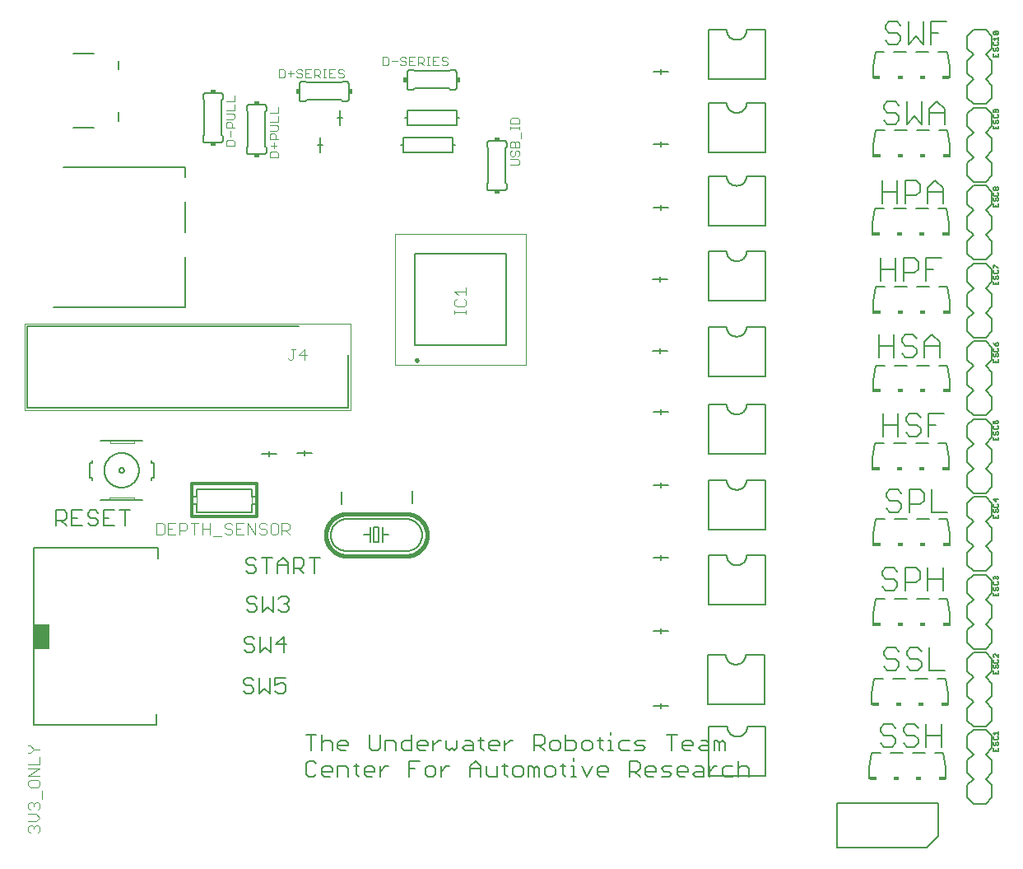
<source format=gto>
G75*
%MOIN*%
%OFA0B0*%
%FSLAX25Y25*%
%IPPOS*%
%LPD*%
%AMOC8*
5,1,8,0,0,1.08239X$1,22.5*
%
%ADD10C,0.00800*%
%ADD11C,0.00600*%
%ADD12C,0.01200*%
%ADD13C,0.00500*%
%ADD14C,0.00394*%
%ADD15C,0.00400*%
%ADD16C,0.00197*%
%ADD17C,0.00787*%
%ADD18C,0.00984*%
%ADD19C,0.01600*%
%ADD20R,0.03000X0.01500*%
%ADD21R,0.02000X0.01500*%
%ADD22R,0.05906X0.09843*%
%ADD23C,0.00200*%
%ADD24C,0.00700*%
%ADD25R,0.01500X0.02000*%
D10*
X0008223Y0089846D02*
X0057829Y0089846D01*
X0057829Y0094176D01*
X0008223Y0089846D02*
X0008223Y0161464D01*
X0058617Y0161464D01*
X0058617Y0157133D01*
X0100574Y0199652D02*
X0103574Y0199652D01*
X0103574Y0200652D01*
X0103574Y0199652D02*
X0103574Y0198652D01*
X0103574Y0199652D02*
X0106574Y0199652D01*
X0114734Y0199970D02*
X0117734Y0199970D01*
X0117734Y0200970D01*
X0117734Y0199970D02*
X0117734Y0198970D01*
X0117734Y0199970D02*
X0120734Y0199970D01*
X0132692Y0184269D02*
X0132692Y0179269D01*
X0161361Y0179697D02*
X0161361Y0184697D01*
X0069338Y0258839D02*
X0069338Y0279311D01*
X0069338Y0289154D02*
X0069338Y0301752D01*
X0069338Y0311594D02*
X0069338Y0315531D01*
X0020125Y0315531D01*
X0024206Y0331564D02*
X0032473Y0331564D01*
X0042316Y0334319D02*
X0042316Y0337863D01*
X0042316Y0355186D02*
X0042316Y0358729D01*
X0032473Y0361485D02*
X0024206Y0361485D01*
X0124054Y0327635D02*
X0124054Y0324635D01*
X0125054Y0324635D01*
X0124054Y0324635D02*
X0124054Y0321635D01*
X0124054Y0324635D02*
X0123054Y0324635D01*
X0132054Y0332634D02*
X0132054Y0335634D01*
X0133054Y0335634D01*
X0132054Y0335634D02*
X0132054Y0338634D01*
X0132054Y0335634D02*
X0131054Y0335634D01*
X0156895Y0324549D02*
X0157895Y0324549D01*
X0157895Y0327549D01*
X0177895Y0327549D01*
X0177895Y0324549D01*
X0178895Y0324549D01*
X0177895Y0324549D02*
X0177895Y0321549D01*
X0157895Y0321549D01*
X0157895Y0324549D01*
X0159562Y0332630D02*
X0159562Y0335630D01*
X0158562Y0335630D01*
X0159562Y0335630D02*
X0159562Y0338630D01*
X0179562Y0338630D01*
X0179562Y0335630D01*
X0180562Y0335630D01*
X0179562Y0335630D02*
X0179562Y0332630D01*
X0159562Y0332630D01*
X0069338Y0258839D02*
X0016188Y0258839D01*
X0258893Y0270113D02*
X0261893Y0270113D01*
X0261893Y0269113D01*
X0261893Y0270113D02*
X0261893Y0271113D01*
X0261893Y0270113D02*
X0264893Y0270113D01*
X0261940Y0242142D02*
X0261940Y0241142D01*
X0261940Y0240142D01*
X0261940Y0241142D02*
X0258940Y0241142D01*
X0261940Y0241142D02*
X0264940Y0241142D01*
X0262227Y0217614D02*
X0262227Y0216614D01*
X0262227Y0215614D01*
X0262227Y0216614D02*
X0259227Y0216614D01*
X0262227Y0216614D02*
X0265227Y0216614D01*
X0262227Y0188087D02*
X0262227Y0187087D01*
X0262227Y0186087D01*
X0262227Y0187087D02*
X0265227Y0187087D01*
X0262227Y0187087D02*
X0259227Y0187087D01*
X0262227Y0158559D02*
X0262227Y0157559D01*
X0262227Y0156559D01*
X0262227Y0157559D02*
X0265227Y0157559D01*
X0262227Y0157559D02*
X0259227Y0157559D01*
X0262227Y0129031D02*
X0262227Y0128031D01*
X0262227Y0127031D01*
X0262227Y0128031D02*
X0265227Y0128031D01*
X0262227Y0128031D02*
X0259227Y0128031D01*
X0262227Y0098520D02*
X0262227Y0097520D01*
X0262227Y0096520D01*
X0262227Y0097520D02*
X0265227Y0097520D01*
X0262227Y0097520D02*
X0259227Y0097520D01*
X0351098Y0088732D02*
X0351098Y0087198D01*
X0352633Y0085663D01*
X0355702Y0085663D01*
X0357237Y0084128D01*
X0357237Y0082594D01*
X0355702Y0081059D01*
X0352633Y0081059D01*
X0351098Y0082594D01*
X0351098Y0088732D02*
X0352633Y0090267D01*
X0355702Y0090267D01*
X0357237Y0088732D01*
X0360306Y0088732D02*
X0361841Y0090267D01*
X0364910Y0090267D01*
X0366445Y0088732D01*
X0364910Y0085663D02*
X0361841Y0085663D01*
X0360306Y0087198D01*
X0360306Y0088732D01*
X0364910Y0085663D02*
X0366445Y0084128D01*
X0366445Y0082594D01*
X0364910Y0081059D01*
X0361841Y0081059D01*
X0360306Y0082594D01*
X0369514Y0081059D02*
X0369514Y0090267D01*
X0369514Y0085663D02*
X0375653Y0085663D01*
X0375653Y0090267D02*
X0375653Y0081059D01*
X0386213Y0080502D02*
X0386213Y0085502D01*
X0388713Y0088002D01*
X0393713Y0088002D01*
X0396213Y0085502D01*
X0396213Y0080502D01*
X0393713Y0078002D01*
X0396213Y0075502D01*
X0396213Y0070502D01*
X0393713Y0068002D01*
X0396213Y0065502D01*
X0396213Y0060502D01*
X0393713Y0058002D01*
X0388713Y0058002D01*
X0386213Y0060502D01*
X0386213Y0065502D01*
X0388713Y0068002D01*
X0386213Y0070502D01*
X0386213Y0075502D01*
X0388713Y0078002D01*
X0386213Y0080502D01*
X0388664Y0089252D02*
X0393664Y0089252D01*
X0396164Y0091752D01*
X0396164Y0096752D01*
X0393664Y0099252D01*
X0396164Y0101752D01*
X0396164Y0106752D01*
X0393664Y0109252D01*
X0396164Y0111752D01*
X0396164Y0116752D01*
X0393664Y0119252D01*
X0388664Y0119252D01*
X0386164Y0116752D01*
X0386164Y0111752D01*
X0388664Y0109252D01*
X0386164Y0106752D01*
X0386164Y0101752D01*
X0388664Y0099252D01*
X0386164Y0096752D01*
X0386164Y0091752D01*
X0388664Y0089252D01*
X0376986Y0112056D02*
X0370847Y0112056D01*
X0370847Y0121264D01*
X0367778Y0119729D02*
X0366243Y0121264D01*
X0363174Y0121264D01*
X0361639Y0119729D01*
X0361639Y0118195D01*
X0363174Y0116660D01*
X0366243Y0116660D01*
X0367778Y0115125D01*
X0367778Y0113591D01*
X0366243Y0112056D01*
X0363174Y0112056D01*
X0361639Y0113591D01*
X0358570Y0113591D02*
X0358570Y0115125D01*
X0357036Y0116660D01*
X0353966Y0116660D01*
X0352432Y0118195D01*
X0352432Y0119729D01*
X0353966Y0121264D01*
X0357036Y0121264D01*
X0358570Y0119729D01*
X0358570Y0113591D02*
X0357036Y0112056D01*
X0353966Y0112056D01*
X0352432Y0113591D01*
X0353300Y0144386D02*
X0351765Y0145921D01*
X0353300Y0144386D02*
X0356369Y0144386D01*
X0357904Y0145921D01*
X0357904Y0147455D01*
X0356369Y0148990D01*
X0353300Y0148990D01*
X0351765Y0150525D01*
X0351765Y0152059D01*
X0353300Y0153594D01*
X0356369Y0153594D01*
X0357904Y0152059D01*
X0360973Y0153594D02*
X0365577Y0153594D01*
X0367111Y0152059D01*
X0367111Y0148990D01*
X0365577Y0147455D01*
X0360973Y0147455D01*
X0360973Y0144386D02*
X0360973Y0153594D01*
X0370181Y0153594D02*
X0370181Y0144386D01*
X0370181Y0148990D02*
X0376319Y0148990D01*
X0376319Y0153594D02*
X0376319Y0144386D01*
X0386164Y0143248D02*
X0386164Y0148248D01*
X0388664Y0150748D01*
X0393664Y0150748D01*
X0396164Y0148248D01*
X0396164Y0143248D01*
X0393664Y0140748D01*
X0396164Y0138248D01*
X0396164Y0133248D01*
X0393664Y0130748D01*
X0396164Y0128248D01*
X0396164Y0123248D01*
X0393664Y0120748D01*
X0388664Y0120748D01*
X0386164Y0123248D01*
X0386164Y0128248D01*
X0388664Y0130748D01*
X0386164Y0133248D01*
X0386164Y0138248D01*
X0388664Y0140748D01*
X0386164Y0143248D01*
X0388664Y0152244D02*
X0386164Y0154744D01*
X0386164Y0159744D01*
X0388664Y0162244D01*
X0386164Y0164744D01*
X0386164Y0169744D01*
X0388664Y0172244D01*
X0386164Y0174744D01*
X0386164Y0179744D01*
X0388664Y0182244D01*
X0393664Y0182244D01*
X0396164Y0179744D01*
X0396164Y0174744D01*
X0393664Y0172244D01*
X0396164Y0169744D01*
X0396164Y0164744D01*
X0393664Y0162244D01*
X0396164Y0159744D01*
X0396164Y0154744D01*
X0393664Y0152244D01*
X0388664Y0152244D01*
X0377986Y0176050D02*
X0371847Y0176050D01*
X0371847Y0185257D01*
X0368778Y0183723D02*
X0368778Y0180654D01*
X0367243Y0179119D01*
X0362639Y0179119D01*
X0359570Y0179119D02*
X0359570Y0177584D01*
X0358035Y0176050D01*
X0354966Y0176050D01*
X0353431Y0177584D01*
X0354966Y0180654D02*
X0353431Y0182188D01*
X0353431Y0183723D01*
X0354966Y0185257D01*
X0358035Y0185257D01*
X0359570Y0183723D01*
X0362639Y0185257D02*
X0367243Y0185257D01*
X0368778Y0183723D01*
X0362639Y0185257D02*
X0362639Y0176050D01*
X0359570Y0179119D02*
X0358035Y0180654D01*
X0354966Y0180654D01*
X0352098Y0206713D02*
X0352098Y0215921D01*
X0352098Y0211317D02*
X0358237Y0211317D01*
X0361306Y0212852D02*
X0362841Y0211317D01*
X0365910Y0211317D01*
X0367445Y0209782D01*
X0367445Y0208248D01*
X0365910Y0206713D01*
X0362841Y0206713D01*
X0361306Y0208248D01*
X0358237Y0206713D02*
X0358237Y0215921D01*
X0361306Y0214386D02*
X0361306Y0212852D01*
X0361306Y0214386D02*
X0362841Y0215921D01*
X0365910Y0215921D01*
X0367445Y0214386D01*
X0370514Y0215921D02*
X0376653Y0215921D01*
X0373583Y0211317D02*
X0370514Y0211317D01*
X0370514Y0206713D02*
X0370514Y0215921D01*
X0386164Y0217736D02*
X0386164Y0222736D01*
X0388664Y0225236D01*
X0386164Y0227736D01*
X0386164Y0232736D01*
X0388664Y0235236D01*
X0386164Y0237736D01*
X0386164Y0242736D01*
X0388664Y0245236D01*
X0393664Y0245236D01*
X0396164Y0242736D01*
X0396164Y0237736D01*
X0393664Y0235236D01*
X0396164Y0232736D01*
X0396164Y0227736D01*
X0393664Y0225236D01*
X0396164Y0222736D01*
X0396164Y0217736D01*
X0393664Y0215236D01*
X0388664Y0215236D01*
X0386164Y0217736D01*
X0388664Y0213740D02*
X0386164Y0211240D01*
X0386164Y0206240D01*
X0388664Y0203740D01*
X0386164Y0201240D01*
X0386164Y0196240D01*
X0388664Y0193740D01*
X0386164Y0191240D01*
X0386164Y0186240D01*
X0388664Y0183740D01*
X0393664Y0183740D01*
X0396164Y0186240D01*
X0396164Y0191240D01*
X0393664Y0193740D01*
X0396164Y0196240D01*
X0396164Y0201240D01*
X0393664Y0203740D01*
X0396164Y0206240D01*
X0396164Y0211240D01*
X0393664Y0213740D01*
X0388664Y0213740D01*
X0374986Y0238710D02*
X0374986Y0244849D01*
X0371917Y0247918D01*
X0368848Y0244849D01*
X0368848Y0238710D01*
X0365778Y0240245D02*
X0365778Y0241779D01*
X0364244Y0243314D01*
X0361174Y0243314D01*
X0359640Y0244849D01*
X0359640Y0246383D01*
X0361174Y0247918D01*
X0364244Y0247918D01*
X0365778Y0246383D01*
X0368848Y0243314D02*
X0374986Y0243314D01*
X0386164Y0249232D02*
X0386164Y0254232D01*
X0388664Y0256732D01*
X0386164Y0259232D01*
X0386164Y0264232D01*
X0388664Y0266732D01*
X0386164Y0269232D01*
X0386164Y0274232D01*
X0388664Y0276732D01*
X0393664Y0276732D01*
X0396164Y0274232D01*
X0396164Y0269232D01*
X0393664Y0266732D01*
X0396164Y0264232D01*
X0396164Y0259232D01*
X0393664Y0256732D01*
X0396164Y0254232D01*
X0396164Y0249232D01*
X0393664Y0246732D01*
X0388664Y0246732D01*
X0386164Y0249232D01*
X0365778Y0240245D02*
X0364244Y0238710D01*
X0361174Y0238710D01*
X0359640Y0240245D01*
X0356570Y0238710D02*
X0356570Y0247918D01*
X0356570Y0243314D02*
X0350432Y0243314D01*
X0350432Y0238710D02*
X0350432Y0247918D01*
X0351098Y0269707D02*
X0351098Y0278915D01*
X0351098Y0274311D02*
X0357237Y0274311D01*
X0360306Y0272776D02*
X0364910Y0272776D01*
X0366445Y0274311D01*
X0366445Y0277380D01*
X0364910Y0278915D01*
X0360306Y0278915D01*
X0360306Y0269707D01*
X0357237Y0269707D02*
X0357237Y0278915D01*
X0369514Y0278915D02*
X0369514Y0269707D01*
X0369514Y0274311D02*
X0372583Y0274311D01*
X0369514Y0278915D02*
X0375653Y0278915D01*
X0386164Y0280728D02*
X0386164Y0285728D01*
X0388664Y0288228D01*
X0386164Y0290728D01*
X0386164Y0295728D01*
X0388664Y0298228D01*
X0386164Y0300728D01*
X0386164Y0305728D01*
X0388664Y0308228D01*
X0393664Y0308228D01*
X0396164Y0305728D01*
X0396164Y0300728D01*
X0393664Y0298228D01*
X0396164Y0295728D01*
X0396164Y0290728D01*
X0393664Y0288228D01*
X0396164Y0285728D01*
X0396164Y0280728D01*
X0393664Y0278228D01*
X0388664Y0278228D01*
X0386164Y0280728D01*
X0376319Y0301037D02*
X0376319Y0307176D01*
X0373250Y0310245D01*
X0370181Y0307176D01*
X0370181Y0301037D01*
X0370181Y0305641D02*
X0376319Y0305641D01*
X0367111Y0305641D02*
X0365577Y0304106D01*
X0360973Y0304106D01*
X0360973Y0301037D02*
X0360973Y0310245D01*
X0365577Y0310245D01*
X0367111Y0308710D01*
X0367111Y0305641D01*
X0357904Y0305641D02*
X0351765Y0305641D01*
X0351765Y0301037D02*
X0351765Y0310245D01*
X0357904Y0310245D02*
X0357904Y0301037D01*
X0386164Y0312224D02*
X0386164Y0317224D01*
X0388664Y0319724D01*
X0386164Y0322224D01*
X0386164Y0327224D01*
X0388664Y0329724D01*
X0386164Y0332224D01*
X0386164Y0337224D01*
X0388664Y0339724D01*
X0393664Y0339724D01*
X0396164Y0337224D01*
X0396164Y0332224D01*
X0393664Y0329724D01*
X0396164Y0327224D01*
X0396164Y0322224D01*
X0393664Y0319724D01*
X0396164Y0317224D01*
X0396164Y0312224D01*
X0393664Y0309724D01*
X0388664Y0309724D01*
X0386164Y0312224D01*
X0376986Y0333034D02*
X0376986Y0339172D01*
X0373917Y0342242D01*
X0370847Y0339172D01*
X0370847Y0333034D01*
X0367778Y0333034D02*
X0367778Y0342242D01*
X0370847Y0337638D02*
X0376986Y0337638D01*
X0367778Y0333034D02*
X0364709Y0336103D01*
X0361639Y0333034D01*
X0361639Y0342242D01*
X0358570Y0340707D02*
X0357036Y0342242D01*
X0353966Y0342242D01*
X0352432Y0340707D01*
X0352432Y0339172D01*
X0353966Y0337638D01*
X0357036Y0337638D01*
X0358570Y0336103D01*
X0358570Y0334569D01*
X0357036Y0333034D01*
X0353966Y0333034D01*
X0352432Y0334569D01*
X0354633Y0365364D02*
X0353098Y0366899D01*
X0354633Y0365364D02*
X0357702Y0365364D01*
X0359237Y0366899D01*
X0359237Y0368433D01*
X0357702Y0369968D01*
X0354633Y0369968D01*
X0353098Y0371503D01*
X0353098Y0373037D01*
X0354633Y0374572D01*
X0357702Y0374572D01*
X0359237Y0373037D01*
X0362306Y0374572D02*
X0362306Y0365364D01*
X0365375Y0368433D01*
X0368445Y0365364D01*
X0368445Y0374572D01*
X0371514Y0374572D02*
X0377652Y0374572D01*
X0374583Y0369968D02*
X0371514Y0369968D01*
X0371514Y0365364D02*
X0371514Y0374572D01*
X0386164Y0368720D02*
X0386164Y0363720D01*
X0388664Y0361220D01*
X0386164Y0358720D01*
X0386164Y0353720D01*
X0388664Y0351220D01*
X0386164Y0348720D01*
X0386164Y0343720D01*
X0388664Y0341220D01*
X0393664Y0341220D01*
X0396164Y0343720D01*
X0396164Y0348720D01*
X0393664Y0351220D01*
X0396164Y0353720D01*
X0396164Y0358720D01*
X0393664Y0361220D01*
X0396164Y0363720D01*
X0396164Y0368720D01*
X0393664Y0371220D01*
X0388664Y0371220D01*
X0386164Y0368720D01*
X0265227Y0354409D02*
X0262227Y0354409D01*
X0262227Y0353409D01*
X0262227Y0354409D02*
X0262227Y0355409D01*
X0262227Y0354409D02*
X0259227Y0354409D01*
X0262227Y0325882D02*
X0262227Y0324882D01*
X0262227Y0323882D01*
X0262227Y0324882D02*
X0259227Y0324882D01*
X0262227Y0324882D02*
X0265227Y0324882D01*
X0262227Y0300291D02*
X0262227Y0299291D01*
X0262227Y0298291D01*
X0262227Y0299291D02*
X0259227Y0299291D01*
X0262227Y0299291D02*
X0265227Y0299291D01*
D11*
X0281342Y0292088D02*
X0304342Y0292088D01*
X0304342Y0312088D01*
X0296842Y0312088D01*
X0296840Y0311962D01*
X0296834Y0311837D01*
X0296824Y0311712D01*
X0296810Y0311587D01*
X0296793Y0311462D01*
X0296771Y0311338D01*
X0296746Y0311215D01*
X0296716Y0311093D01*
X0296683Y0310972D01*
X0296646Y0310852D01*
X0296606Y0310733D01*
X0296561Y0310616D01*
X0296513Y0310499D01*
X0296461Y0310385D01*
X0296406Y0310272D01*
X0296347Y0310161D01*
X0296285Y0310052D01*
X0296219Y0309945D01*
X0296150Y0309840D01*
X0296078Y0309737D01*
X0296003Y0309636D01*
X0295924Y0309538D01*
X0295842Y0309443D01*
X0295758Y0309350D01*
X0295670Y0309260D01*
X0295580Y0309172D01*
X0295487Y0309088D01*
X0295392Y0309006D01*
X0295294Y0308927D01*
X0295193Y0308852D01*
X0295090Y0308780D01*
X0294985Y0308711D01*
X0294878Y0308645D01*
X0294769Y0308583D01*
X0294658Y0308524D01*
X0294545Y0308469D01*
X0294431Y0308417D01*
X0294314Y0308369D01*
X0294197Y0308324D01*
X0294078Y0308284D01*
X0293958Y0308247D01*
X0293837Y0308214D01*
X0293715Y0308184D01*
X0293592Y0308159D01*
X0293468Y0308137D01*
X0293343Y0308120D01*
X0293218Y0308106D01*
X0293093Y0308096D01*
X0292968Y0308090D01*
X0292842Y0308088D01*
X0292716Y0308090D01*
X0292591Y0308096D01*
X0292466Y0308106D01*
X0292341Y0308120D01*
X0292216Y0308137D01*
X0292092Y0308159D01*
X0291969Y0308184D01*
X0291847Y0308214D01*
X0291726Y0308247D01*
X0291606Y0308284D01*
X0291487Y0308324D01*
X0291370Y0308369D01*
X0291253Y0308417D01*
X0291139Y0308469D01*
X0291026Y0308524D01*
X0290915Y0308583D01*
X0290806Y0308645D01*
X0290699Y0308711D01*
X0290594Y0308780D01*
X0290491Y0308852D01*
X0290390Y0308927D01*
X0290292Y0309006D01*
X0290197Y0309088D01*
X0290104Y0309172D01*
X0290014Y0309260D01*
X0289926Y0309350D01*
X0289842Y0309443D01*
X0289760Y0309538D01*
X0289681Y0309636D01*
X0289606Y0309737D01*
X0289534Y0309840D01*
X0289465Y0309945D01*
X0289399Y0310052D01*
X0289337Y0310161D01*
X0289278Y0310272D01*
X0289223Y0310385D01*
X0289171Y0310499D01*
X0289123Y0310616D01*
X0289078Y0310733D01*
X0289038Y0310852D01*
X0289001Y0310972D01*
X0288968Y0311093D01*
X0288938Y0311215D01*
X0288913Y0311338D01*
X0288891Y0311462D01*
X0288874Y0311587D01*
X0288860Y0311712D01*
X0288850Y0311837D01*
X0288844Y0311962D01*
X0288842Y0312088D01*
X0281342Y0312088D01*
X0281342Y0292088D01*
X0281342Y0281576D02*
X0288842Y0281576D01*
X0288844Y0281450D01*
X0288850Y0281325D01*
X0288860Y0281200D01*
X0288874Y0281075D01*
X0288891Y0280950D01*
X0288913Y0280826D01*
X0288938Y0280703D01*
X0288968Y0280581D01*
X0289001Y0280460D01*
X0289038Y0280340D01*
X0289078Y0280221D01*
X0289123Y0280104D01*
X0289171Y0279987D01*
X0289223Y0279873D01*
X0289278Y0279760D01*
X0289337Y0279649D01*
X0289399Y0279540D01*
X0289465Y0279433D01*
X0289534Y0279328D01*
X0289606Y0279225D01*
X0289681Y0279124D01*
X0289760Y0279026D01*
X0289842Y0278931D01*
X0289926Y0278838D01*
X0290014Y0278748D01*
X0290104Y0278660D01*
X0290197Y0278576D01*
X0290292Y0278494D01*
X0290390Y0278415D01*
X0290491Y0278340D01*
X0290594Y0278268D01*
X0290699Y0278199D01*
X0290806Y0278133D01*
X0290915Y0278071D01*
X0291026Y0278012D01*
X0291139Y0277957D01*
X0291253Y0277905D01*
X0291370Y0277857D01*
X0291487Y0277812D01*
X0291606Y0277772D01*
X0291726Y0277735D01*
X0291847Y0277702D01*
X0291969Y0277672D01*
X0292092Y0277647D01*
X0292216Y0277625D01*
X0292341Y0277608D01*
X0292466Y0277594D01*
X0292591Y0277584D01*
X0292716Y0277578D01*
X0292842Y0277576D01*
X0292968Y0277578D01*
X0293093Y0277584D01*
X0293218Y0277594D01*
X0293343Y0277608D01*
X0293468Y0277625D01*
X0293592Y0277647D01*
X0293715Y0277672D01*
X0293837Y0277702D01*
X0293958Y0277735D01*
X0294078Y0277772D01*
X0294197Y0277812D01*
X0294314Y0277857D01*
X0294431Y0277905D01*
X0294545Y0277957D01*
X0294658Y0278012D01*
X0294769Y0278071D01*
X0294878Y0278133D01*
X0294985Y0278199D01*
X0295090Y0278268D01*
X0295193Y0278340D01*
X0295294Y0278415D01*
X0295392Y0278494D01*
X0295487Y0278576D01*
X0295580Y0278660D01*
X0295670Y0278748D01*
X0295758Y0278838D01*
X0295842Y0278931D01*
X0295924Y0279026D01*
X0296003Y0279124D01*
X0296078Y0279225D01*
X0296150Y0279328D01*
X0296219Y0279433D01*
X0296285Y0279540D01*
X0296347Y0279649D01*
X0296406Y0279760D01*
X0296461Y0279873D01*
X0296513Y0279987D01*
X0296561Y0280104D01*
X0296606Y0280221D01*
X0296646Y0280340D01*
X0296683Y0280460D01*
X0296716Y0280581D01*
X0296746Y0280703D01*
X0296771Y0280826D01*
X0296793Y0280950D01*
X0296810Y0281075D01*
X0296824Y0281200D01*
X0296834Y0281325D01*
X0296840Y0281450D01*
X0296842Y0281576D01*
X0304342Y0281576D01*
X0304342Y0261576D01*
X0281342Y0261576D01*
X0281342Y0281576D01*
X0281342Y0251064D02*
X0288842Y0251064D01*
X0288844Y0250938D01*
X0288850Y0250813D01*
X0288860Y0250688D01*
X0288874Y0250563D01*
X0288891Y0250438D01*
X0288913Y0250314D01*
X0288938Y0250191D01*
X0288968Y0250069D01*
X0289001Y0249948D01*
X0289038Y0249828D01*
X0289078Y0249709D01*
X0289123Y0249592D01*
X0289171Y0249475D01*
X0289223Y0249361D01*
X0289278Y0249248D01*
X0289337Y0249137D01*
X0289399Y0249028D01*
X0289465Y0248921D01*
X0289534Y0248816D01*
X0289606Y0248713D01*
X0289681Y0248612D01*
X0289760Y0248514D01*
X0289842Y0248419D01*
X0289926Y0248326D01*
X0290014Y0248236D01*
X0290104Y0248148D01*
X0290197Y0248064D01*
X0290292Y0247982D01*
X0290390Y0247903D01*
X0290491Y0247828D01*
X0290594Y0247756D01*
X0290699Y0247687D01*
X0290806Y0247621D01*
X0290915Y0247559D01*
X0291026Y0247500D01*
X0291139Y0247445D01*
X0291253Y0247393D01*
X0291370Y0247345D01*
X0291487Y0247300D01*
X0291606Y0247260D01*
X0291726Y0247223D01*
X0291847Y0247190D01*
X0291969Y0247160D01*
X0292092Y0247135D01*
X0292216Y0247113D01*
X0292341Y0247096D01*
X0292466Y0247082D01*
X0292591Y0247072D01*
X0292716Y0247066D01*
X0292842Y0247064D01*
X0292968Y0247066D01*
X0293093Y0247072D01*
X0293218Y0247082D01*
X0293343Y0247096D01*
X0293468Y0247113D01*
X0293592Y0247135D01*
X0293715Y0247160D01*
X0293837Y0247190D01*
X0293958Y0247223D01*
X0294078Y0247260D01*
X0294197Y0247300D01*
X0294314Y0247345D01*
X0294431Y0247393D01*
X0294545Y0247445D01*
X0294658Y0247500D01*
X0294769Y0247559D01*
X0294878Y0247621D01*
X0294985Y0247687D01*
X0295090Y0247756D01*
X0295193Y0247828D01*
X0295294Y0247903D01*
X0295392Y0247982D01*
X0295487Y0248064D01*
X0295580Y0248148D01*
X0295670Y0248236D01*
X0295758Y0248326D01*
X0295842Y0248419D01*
X0295924Y0248514D01*
X0296003Y0248612D01*
X0296078Y0248713D01*
X0296150Y0248816D01*
X0296219Y0248921D01*
X0296285Y0249028D01*
X0296347Y0249137D01*
X0296406Y0249248D01*
X0296461Y0249361D01*
X0296513Y0249475D01*
X0296561Y0249592D01*
X0296606Y0249709D01*
X0296646Y0249828D01*
X0296683Y0249948D01*
X0296716Y0250069D01*
X0296746Y0250191D01*
X0296771Y0250314D01*
X0296793Y0250438D01*
X0296810Y0250563D01*
X0296824Y0250688D01*
X0296834Y0250813D01*
X0296840Y0250938D01*
X0296842Y0251064D01*
X0304342Y0251064D01*
X0304342Y0231064D01*
X0281342Y0231064D01*
X0281342Y0251064D01*
X0281342Y0219568D02*
X0288842Y0219568D01*
X0288844Y0219442D01*
X0288850Y0219317D01*
X0288860Y0219192D01*
X0288874Y0219067D01*
X0288891Y0218942D01*
X0288913Y0218818D01*
X0288938Y0218695D01*
X0288968Y0218573D01*
X0289001Y0218452D01*
X0289038Y0218332D01*
X0289078Y0218213D01*
X0289123Y0218096D01*
X0289171Y0217979D01*
X0289223Y0217865D01*
X0289278Y0217752D01*
X0289337Y0217641D01*
X0289399Y0217532D01*
X0289465Y0217425D01*
X0289534Y0217320D01*
X0289606Y0217217D01*
X0289681Y0217116D01*
X0289760Y0217018D01*
X0289842Y0216923D01*
X0289926Y0216830D01*
X0290014Y0216740D01*
X0290104Y0216652D01*
X0290197Y0216568D01*
X0290292Y0216486D01*
X0290390Y0216407D01*
X0290491Y0216332D01*
X0290594Y0216260D01*
X0290699Y0216191D01*
X0290806Y0216125D01*
X0290915Y0216063D01*
X0291026Y0216004D01*
X0291139Y0215949D01*
X0291253Y0215897D01*
X0291370Y0215849D01*
X0291487Y0215804D01*
X0291606Y0215764D01*
X0291726Y0215727D01*
X0291847Y0215694D01*
X0291969Y0215664D01*
X0292092Y0215639D01*
X0292216Y0215617D01*
X0292341Y0215600D01*
X0292466Y0215586D01*
X0292591Y0215576D01*
X0292716Y0215570D01*
X0292842Y0215568D01*
X0292968Y0215570D01*
X0293093Y0215576D01*
X0293218Y0215586D01*
X0293343Y0215600D01*
X0293468Y0215617D01*
X0293592Y0215639D01*
X0293715Y0215664D01*
X0293837Y0215694D01*
X0293958Y0215727D01*
X0294078Y0215764D01*
X0294197Y0215804D01*
X0294314Y0215849D01*
X0294431Y0215897D01*
X0294545Y0215949D01*
X0294658Y0216004D01*
X0294769Y0216063D01*
X0294878Y0216125D01*
X0294985Y0216191D01*
X0295090Y0216260D01*
X0295193Y0216332D01*
X0295294Y0216407D01*
X0295392Y0216486D01*
X0295487Y0216568D01*
X0295580Y0216652D01*
X0295670Y0216740D01*
X0295758Y0216830D01*
X0295842Y0216923D01*
X0295924Y0217018D01*
X0296003Y0217116D01*
X0296078Y0217217D01*
X0296150Y0217320D01*
X0296219Y0217425D01*
X0296285Y0217532D01*
X0296347Y0217641D01*
X0296406Y0217752D01*
X0296461Y0217865D01*
X0296513Y0217979D01*
X0296561Y0218096D01*
X0296606Y0218213D01*
X0296646Y0218332D01*
X0296683Y0218452D01*
X0296716Y0218573D01*
X0296746Y0218695D01*
X0296771Y0218818D01*
X0296793Y0218942D01*
X0296810Y0219067D01*
X0296824Y0219192D01*
X0296834Y0219317D01*
X0296840Y0219442D01*
X0296842Y0219568D01*
X0304342Y0219568D01*
X0304342Y0199568D01*
X0281342Y0199568D01*
X0281342Y0219568D01*
X0281342Y0189056D02*
X0288842Y0189056D01*
X0288844Y0188930D01*
X0288850Y0188805D01*
X0288860Y0188680D01*
X0288874Y0188555D01*
X0288891Y0188430D01*
X0288913Y0188306D01*
X0288938Y0188183D01*
X0288968Y0188061D01*
X0289001Y0187940D01*
X0289038Y0187820D01*
X0289078Y0187701D01*
X0289123Y0187584D01*
X0289171Y0187467D01*
X0289223Y0187353D01*
X0289278Y0187240D01*
X0289337Y0187129D01*
X0289399Y0187020D01*
X0289465Y0186913D01*
X0289534Y0186808D01*
X0289606Y0186705D01*
X0289681Y0186604D01*
X0289760Y0186506D01*
X0289842Y0186411D01*
X0289926Y0186318D01*
X0290014Y0186228D01*
X0290104Y0186140D01*
X0290197Y0186056D01*
X0290292Y0185974D01*
X0290390Y0185895D01*
X0290491Y0185820D01*
X0290594Y0185748D01*
X0290699Y0185679D01*
X0290806Y0185613D01*
X0290915Y0185551D01*
X0291026Y0185492D01*
X0291139Y0185437D01*
X0291253Y0185385D01*
X0291370Y0185337D01*
X0291487Y0185292D01*
X0291606Y0185252D01*
X0291726Y0185215D01*
X0291847Y0185182D01*
X0291969Y0185152D01*
X0292092Y0185127D01*
X0292216Y0185105D01*
X0292341Y0185088D01*
X0292466Y0185074D01*
X0292591Y0185064D01*
X0292716Y0185058D01*
X0292842Y0185056D01*
X0292968Y0185058D01*
X0293093Y0185064D01*
X0293218Y0185074D01*
X0293343Y0185088D01*
X0293468Y0185105D01*
X0293592Y0185127D01*
X0293715Y0185152D01*
X0293837Y0185182D01*
X0293958Y0185215D01*
X0294078Y0185252D01*
X0294197Y0185292D01*
X0294314Y0185337D01*
X0294431Y0185385D01*
X0294545Y0185437D01*
X0294658Y0185492D01*
X0294769Y0185551D01*
X0294878Y0185613D01*
X0294985Y0185679D01*
X0295090Y0185748D01*
X0295193Y0185820D01*
X0295294Y0185895D01*
X0295392Y0185974D01*
X0295487Y0186056D01*
X0295580Y0186140D01*
X0295670Y0186228D01*
X0295758Y0186318D01*
X0295842Y0186411D01*
X0295924Y0186506D01*
X0296003Y0186604D01*
X0296078Y0186705D01*
X0296150Y0186808D01*
X0296219Y0186913D01*
X0296285Y0187020D01*
X0296347Y0187129D01*
X0296406Y0187240D01*
X0296461Y0187353D01*
X0296513Y0187467D01*
X0296561Y0187584D01*
X0296606Y0187701D01*
X0296646Y0187820D01*
X0296683Y0187940D01*
X0296716Y0188061D01*
X0296746Y0188183D01*
X0296771Y0188306D01*
X0296793Y0188430D01*
X0296810Y0188555D01*
X0296824Y0188680D01*
X0296834Y0188805D01*
X0296840Y0188930D01*
X0296842Y0189056D01*
X0304342Y0189056D01*
X0304342Y0169056D01*
X0281342Y0169056D01*
X0281342Y0189056D01*
X0281342Y0158544D02*
X0288842Y0158544D01*
X0288844Y0158418D01*
X0288850Y0158293D01*
X0288860Y0158168D01*
X0288874Y0158043D01*
X0288891Y0157918D01*
X0288913Y0157794D01*
X0288938Y0157671D01*
X0288968Y0157549D01*
X0289001Y0157428D01*
X0289038Y0157308D01*
X0289078Y0157189D01*
X0289123Y0157072D01*
X0289171Y0156955D01*
X0289223Y0156841D01*
X0289278Y0156728D01*
X0289337Y0156617D01*
X0289399Y0156508D01*
X0289465Y0156401D01*
X0289534Y0156296D01*
X0289606Y0156193D01*
X0289681Y0156092D01*
X0289760Y0155994D01*
X0289842Y0155899D01*
X0289926Y0155806D01*
X0290014Y0155716D01*
X0290104Y0155628D01*
X0290197Y0155544D01*
X0290292Y0155462D01*
X0290390Y0155383D01*
X0290491Y0155308D01*
X0290594Y0155236D01*
X0290699Y0155167D01*
X0290806Y0155101D01*
X0290915Y0155039D01*
X0291026Y0154980D01*
X0291139Y0154925D01*
X0291253Y0154873D01*
X0291370Y0154825D01*
X0291487Y0154780D01*
X0291606Y0154740D01*
X0291726Y0154703D01*
X0291847Y0154670D01*
X0291969Y0154640D01*
X0292092Y0154615D01*
X0292216Y0154593D01*
X0292341Y0154576D01*
X0292466Y0154562D01*
X0292591Y0154552D01*
X0292716Y0154546D01*
X0292842Y0154544D01*
X0292968Y0154546D01*
X0293093Y0154552D01*
X0293218Y0154562D01*
X0293343Y0154576D01*
X0293468Y0154593D01*
X0293592Y0154615D01*
X0293715Y0154640D01*
X0293837Y0154670D01*
X0293958Y0154703D01*
X0294078Y0154740D01*
X0294197Y0154780D01*
X0294314Y0154825D01*
X0294431Y0154873D01*
X0294545Y0154925D01*
X0294658Y0154980D01*
X0294769Y0155039D01*
X0294878Y0155101D01*
X0294985Y0155167D01*
X0295090Y0155236D01*
X0295193Y0155308D01*
X0295294Y0155383D01*
X0295392Y0155462D01*
X0295487Y0155544D01*
X0295580Y0155628D01*
X0295670Y0155716D01*
X0295758Y0155806D01*
X0295842Y0155899D01*
X0295924Y0155994D01*
X0296003Y0156092D01*
X0296078Y0156193D01*
X0296150Y0156296D01*
X0296219Y0156401D01*
X0296285Y0156508D01*
X0296347Y0156617D01*
X0296406Y0156728D01*
X0296461Y0156841D01*
X0296513Y0156955D01*
X0296561Y0157072D01*
X0296606Y0157189D01*
X0296646Y0157308D01*
X0296683Y0157428D01*
X0296716Y0157549D01*
X0296746Y0157671D01*
X0296771Y0157794D01*
X0296793Y0157918D01*
X0296810Y0158043D01*
X0296824Y0158168D01*
X0296834Y0158293D01*
X0296840Y0158418D01*
X0296842Y0158544D01*
X0304342Y0158544D01*
X0304342Y0138544D01*
X0281342Y0138544D01*
X0281342Y0158544D01*
X0281009Y0118367D02*
X0288509Y0118367D01*
X0288511Y0118241D01*
X0288517Y0118116D01*
X0288527Y0117991D01*
X0288541Y0117866D01*
X0288558Y0117741D01*
X0288580Y0117617D01*
X0288605Y0117494D01*
X0288635Y0117372D01*
X0288668Y0117251D01*
X0288705Y0117131D01*
X0288745Y0117012D01*
X0288790Y0116895D01*
X0288838Y0116778D01*
X0288890Y0116664D01*
X0288945Y0116551D01*
X0289004Y0116440D01*
X0289066Y0116331D01*
X0289132Y0116224D01*
X0289201Y0116119D01*
X0289273Y0116016D01*
X0289348Y0115915D01*
X0289427Y0115817D01*
X0289509Y0115722D01*
X0289593Y0115629D01*
X0289681Y0115539D01*
X0289771Y0115451D01*
X0289864Y0115367D01*
X0289959Y0115285D01*
X0290057Y0115206D01*
X0290158Y0115131D01*
X0290261Y0115059D01*
X0290366Y0114990D01*
X0290473Y0114924D01*
X0290582Y0114862D01*
X0290693Y0114803D01*
X0290806Y0114748D01*
X0290920Y0114696D01*
X0291037Y0114648D01*
X0291154Y0114603D01*
X0291273Y0114563D01*
X0291393Y0114526D01*
X0291514Y0114493D01*
X0291636Y0114463D01*
X0291759Y0114438D01*
X0291883Y0114416D01*
X0292008Y0114399D01*
X0292133Y0114385D01*
X0292258Y0114375D01*
X0292383Y0114369D01*
X0292509Y0114367D01*
X0292635Y0114369D01*
X0292760Y0114375D01*
X0292885Y0114385D01*
X0293010Y0114399D01*
X0293135Y0114416D01*
X0293259Y0114438D01*
X0293382Y0114463D01*
X0293504Y0114493D01*
X0293625Y0114526D01*
X0293745Y0114563D01*
X0293864Y0114603D01*
X0293981Y0114648D01*
X0294098Y0114696D01*
X0294212Y0114748D01*
X0294325Y0114803D01*
X0294436Y0114862D01*
X0294545Y0114924D01*
X0294652Y0114990D01*
X0294757Y0115059D01*
X0294860Y0115131D01*
X0294961Y0115206D01*
X0295059Y0115285D01*
X0295154Y0115367D01*
X0295247Y0115451D01*
X0295337Y0115539D01*
X0295425Y0115629D01*
X0295509Y0115722D01*
X0295591Y0115817D01*
X0295670Y0115915D01*
X0295745Y0116016D01*
X0295817Y0116119D01*
X0295886Y0116224D01*
X0295952Y0116331D01*
X0296014Y0116440D01*
X0296073Y0116551D01*
X0296128Y0116664D01*
X0296180Y0116778D01*
X0296228Y0116895D01*
X0296273Y0117012D01*
X0296313Y0117131D01*
X0296350Y0117251D01*
X0296383Y0117372D01*
X0296413Y0117494D01*
X0296438Y0117617D01*
X0296460Y0117741D01*
X0296477Y0117866D01*
X0296491Y0117991D01*
X0296501Y0118116D01*
X0296507Y0118241D01*
X0296509Y0118367D01*
X0304009Y0118367D01*
X0304009Y0098367D01*
X0281009Y0098367D01*
X0281009Y0118367D01*
X0281577Y0089217D02*
X0289077Y0089217D01*
X0289079Y0089091D01*
X0289085Y0088966D01*
X0289095Y0088841D01*
X0289109Y0088716D01*
X0289126Y0088591D01*
X0289148Y0088467D01*
X0289173Y0088344D01*
X0289203Y0088222D01*
X0289236Y0088101D01*
X0289273Y0087981D01*
X0289313Y0087862D01*
X0289358Y0087745D01*
X0289406Y0087628D01*
X0289458Y0087514D01*
X0289513Y0087401D01*
X0289572Y0087290D01*
X0289634Y0087181D01*
X0289700Y0087074D01*
X0289769Y0086969D01*
X0289841Y0086866D01*
X0289916Y0086765D01*
X0289995Y0086667D01*
X0290077Y0086572D01*
X0290161Y0086479D01*
X0290249Y0086389D01*
X0290339Y0086301D01*
X0290432Y0086217D01*
X0290527Y0086135D01*
X0290625Y0086056D01*
X0290726Y0085981D01*
X0290829Y0085909D01*
X0290934Y0085840D01*
X0291041Y0085774D01*
X0291150Y0085712D01*
X0291261Y0085653D01*
X0291374Y0085598D01*
X0291488Y0085546D01*
X0291605Y0085498D01*
X0291722Y0085453D01*
X0291841Y0085413D01*
X0291961Y0085376D01*
X0292082Y0085343D01*
X0292204Y0085313D01*
X0292327Y0085288D01*
X0292451Y0085266D01*
X0292576Y0085249D01*
X0292701Y0085235D01*
X0292826Y0085225D01*
X0292951Y0085219D01*
X0293077Y0085217D01*
X0293203Y0085219D01*
X0293328Y0085225D01*
X0293453Y0085235D01*
X0293578Y0085249D01*
X0293703Y0085266D01*
X0293827Y0085288D01*
X0293950Y0085313D01*
X0294072Y0085343D01*
X0294193Y0085376D01*
X0294313Y0085413D01*
X0294432Y0085453D01*
X0294549Y0085498D01*
X0294666Y0085546D01*
X0294780Y0085598D01*
X0294893Y0085653D01*
X0295004Y0085712D01*
X0295113Y0085774D01*
X0295220Y0085840D01*
X0295325Y0085909D01*
X0295428Y0085981D01*
X0295529Y0086056D01*
X0295627Y0086135D01*
X0295722Y0086217D01*
X0295815Y0086301D01*
X0295905Y0086389D01*
X0295993Y0086479D01*
X0296077Y0086572D01*
X0296159Y0086667D01*
X0296238Y0086765D01*
X0296313Y0086866D01*
X0296385Y0086969D01*
X0296454Y0087074D01*
X0296520Y0087181D01*
X0296582Y0087290D01*
X0296641Y0087401D01*
X0296696Y0087514D01*
X0296748Y0087628D01*
X0296796Y0087745D01*
X0296841Y0087862D01*
X0296881Y0087981D01*
X0296918Y0088101D01*
X0296951Y0088222D01*
X0296981Y0088344D01*
X0297006Y0088467D01*
X0297028Y0088591D01*
X0297045Y0088716D01*
X0297059Y0088841D01*
X0297069Y0088966D01*
X0297075Y0089091D01*
X0297077Y0089217D01*
X0304577Y0089217D01*
X0304577Y0069217D01*
X0281577Y0069217D01*
X0281577Y0089217D01*
X0280547Y0083731D02*
X0281614Y0082663D01*
X0281614Y0079460D01*
X0278411Y0079460D01*
X0277344Y0080528D01*
X0278411Y0081595D01*
X0281614Y0081595D01*
X0280547Y0083731D02*
X0278411Y0083731D01*
X0275169Y0082663D02*
X0275169Y0081595D01*
X0270898Y0081595D01*
X0270898Y0080528D02*
X0270898Y0082663D01*
X0271966Y0083731D01*
X0274101Y0083731D01*
X0275169Y0082663D01*
X0274101Y0079460D02*
X0271966Y0079460D01*
X0270898Y0080528D01*
X0266588Y0079460D02*
X0266588Y0085866D01*
X0264453Y0085866D02*
X0268723Y0085866D01*
X0255832Y0083731D02*
X0252630Y0083731D01*
X0251562Y0082663D01*
X0252630Y0081595D01*
X0254765Y0081595D01*
X0255832Y0080528D01*
X0254765Y0079460D01*
X0251562Y0079460D01*
X0249387Y0079460D02*
X0246184Y0079460D01*
X0245116Y0080528D01*
X0245116Y0082663D01*
X0246184Y0083731D01*
X0249387Y0083731D01*
X0241887Y0083731D02*
X0241887Y0079460D01*
X0240819Y0079460D02*
X0242955Y0079460D01*
X0238658Y0079460D02*
X0237590Y0080528D01*
X0237590Y0084798D01*
X0236522Y0083731D02*
X0238658Y0083731D01*
X0240819Y0083731D02*
X0241887Y0083731D01*
X0241887Y0085866D02*
X0241887Y0086933D01*
X0234347Y0082663D02*
X0234347Y0080528D01*
X0233280Y0079460D01*
X0231145Y0079460D01*
X0230077Y0080528D01*
X0230077Y0082663D01*
X0231145Y0083731D01*
X0233280Y0083731D01*
X0234347Y0082663D01*
X0227902Y0082663D02*
X0227902Y0080528D01*
X0226834Y0079460D01*
X0223631Y0079460D01*
X0223631Y0085866D01*
X0223631Y0083731D02*
X0226834Y0083731D01*
X0227902Y0082663D01*
X0226848Y0076433D02*
X0226848Y0075366D01*
X0226848Y0073231D02*
X0226848Y0068960D01*
X0227915Y0068960D02*
X0225780Y0068960D01*
X0223618Y0068960D02*
X0222551Y0070028D01*
X0222551Y0074298D01*
X0223618Y0073231D02*
X0221483Y0073231D01*
X0219308Y0072163D02*
X0218240Y0073231D01*
X0216105Y0073231D01*
X0215037Y0072163D01*
X0215037Y0070028D01*
X0216105Y0068960D01*
X0218240Y0068960D01*
X0219308Y0070028D01*
X0219308Y0072163D01*
X0212862Y0072163D02*
X0212862Y0068960D01*
X0210727Y0068960D02*
X0210727Y0072163D01*
X0211795Y0073231D01*
X0212862Y0072163D01*
X0210727Y0072163D02*
X0209660Y0073231D01*
X0208592Y0073231D01*
X0208592Y0068960D01*
X0206417Y0070028D02*
X0206417Y0072163D01*
X0205349Y0073231D01*
X0203214Y0073231D01*
X0202146Y0072163D01*
X0202146Y0070028D01*
X0203214Y0068960D01*
X0205349Y0068960D01*
X0206417Y0070028D01*
X0199985Y0068960D02*
X0198917Y0070028D01*
X0198917Y0074298D01*
X0197849Y0073231D02*
X0199985Y0073231D01*
X0195674Y0073231D02*
X0195674Y0068960D01*
X0192472Y0068960D01*
X0191404Y0070028D01*
X0191404Y0073231D01*
X0189229Y0073231D02*
X0189229Y0068960D01*
X0189229Y0072163D02*
X0184958Y0072163D01*
X0184958Y0073231D02*
X0187094Y0075366D01*
X0189229Y0073231D01*
X0184958Y0073231D02*
X0184958Y0068960D01*
X0176344Y0073231D02*
X0175277Y0073231D01*
X0173142Y0071095D01*
X0173142Y0068960D02*
X0173142Y0073231D01*
X0170967Y0072163D02*
X0169899Y0073231D01*
X0167764Y0073231D01*
X0166696Y0072163D01*
X0166696Y0070028D01*
X0167764Y0068960D01*
X0169899Y0068960D01*
X0170967Y0070028D01*
X0170967Y0072163D01*
X0164521Y0075366D02*
X0160251Y0075366D01*
X0160251Y0068960D01*
X0160251Y0072163D02*
X0162386Y0072163D01*
X0161298Y0079460D02*
X0158096Y0079460D01*
X0157028Y0080528D01*
X0157028Y0082663D01*
X0158096Y0083731D01*
X0161298Y0083731D01*
X0161298Y0085866D02*
X0161298Y0079460D01*
X0163473Y0080528D02*
X0163473Y0082663D01*
X0164541Y0083731D01*
X0166676Y0083731D01*
X0167744Y0082663D01*
X0167744Y0081595D01*
X0163473Y0081595D01*
X0163473Y0080528D02*
X0164541Y0079460D01*
X0166676Y0079460D01*
X0169919Y0079460D02*
X0169919Y0083731D01*
X0172054Y0083731D02*
X0173122Y0083731D01*
X0172054Y0083731D02*
X0169919Y0081595D01*
X0175290Y0080528D02*
X0176358Y0079460D01*
X0177425Y0080528D01*
X0178493Y0079460D01*
X0179561Y0080528D01*
X0179561Y0083731D01*
X0182803Y0083731D02*
X0184938Y0083731D01*
X0186006Y0082663D01*
X0186006Y0079460D01*
X0182803Y0079460D01*
X0181736Y0080528D01*
X0182803Y0081595D01*
X0186006Y0081595D01*
X0188181Y0083731D02*
X0190316Y0083731D01*
X0189249Y0084798D02*
X0189249Y0080528D01*
X0190316Y0079460D01*
X0192478Y0080528D02*
X0192478Y0082663D01*
X0193546Y0083731D01*
X0195681Y0083731D01*
X0196749Y0082663D01*
X0196749Y0081595D01*
X0192478Y0081595D01*
X0192478Y0080528D02*
X0193546Y0079460D01*
X0195681Y0079460D01*
X0198924Y0079460D02*
X0198924Y0083731D01*
X0201059Y0083731D02*
X0202126Y0083731D01*
X0201059Y0083731D02*
X0198924Y0081595D01*
X0210740Y0081595D02*
X0213943Y0081595D01*
X0215011Y0082663D01*
X0215011Y0084798D01*
X0213943Y0085866D01*
X0210740Y0085866D01*
X0210740Y0079460D01*
X0212876Y0081595D02*
X0215011Y0079460D01*
X0217186Y0080528D02*
X0218254Y0079460D01*
X0220389Y0079460D01*
X0221456Y0080528D01*
X0221456Y0082663D01*
X0220389Y0083731D01*
X0218254Y0083731D01*
X0217186Y0082663D01*
X0217186Y0080528D01*
X0225780Y0073231D02*
X0226848Y0073231D01*
X0230077Y0073231D02*
X0232212Y0068960D01*
X0234347Y0073231D01*
X0236522Y0072163D02*
X0237590Y0073231D01*
X0239725Y0073231D01*
X0240793Y0072163D01*
X0240793Y0071095D01*
X0236522Y0071095D01*
X0236522Y0070028D02*
X0236522Y0072163D01*
X0236522Y0070028D02*
X0237590Y0068960D01*
X0239725Y0068960D01*
X0249413Y0068960D02*
X0249413Y0075366D01*
X0252616Y0075366D01*
X0253684Y0074298D01*
X0253684Y0072163D01*
X0252616Y0071095D01*
X0249413Y0071095D01*
X0251549Y0071095D02*
X0253684Y0068960D01*
X0255859Y0070028D02*
X0255859Y0072163D01*
X0256927Y0073231D01*
X0259062Y0073231D01*
X0260129Y0072163D01*
X0260129Y0071095D01*
X0255859Y0071095D01*
X0255859Y0070028D02*
X0256927Y0068960D01*
X0259062Y0068960D01*
X0262304Y0068960D02*
X0265507Y0068960D01*
X0266575Y0070028D01*
X0265507Y0071095D01*
X0263372Y0071095D01*
X0262304Y0072163D01*
X0263372Y0073231D01*
X0266575Y0073231D01*
X0268750Y0072163D02*
X0269817Y0073231D01*
X0271953Y0073231D01*
X0273020Y0072163D01*
X0273020Y0071095D01*
X0268750Y0071095D01*
X0268750Y0070028D02*
X0268750Y0072163D01*
X0268750Y0070028D02*
X0269817Y0068960D01*
X0271953Y0068960D01*
X0275195Y0070028D02*
X0276263Y0071095D01*
X0279466Y0071095D01*
X0279466Y0072163D02*
X0279466Y0068960D01*
X0276263Y0068960D01*
X0275195Y0070028D01*
X0276263Y0073231D02*
X0278398Y0073231D01*
X0279466Y0072163D01*
X0281641Y0071095D02*
X0283776Y0073231D01*
X0284844Y0073231D01*
X0287012Y0072163D02*
X0287012Y0070028D01*
X0288080Y0068960D01*
X0291282Y0068960D01*
X0293458Y0068960D02*
X0293458Y0075366D01*
X0294525Y0073231D02*
X0293458Y0072163D01*
X0294525Y0073231D02*
X0296660Y0073231D01*
X0297728Y0072163D01*
X0297728Y0068960D01*
X0291282Y0073231D02*
X0288080Y0073231D01*
X0287012Y0072163D01*
X0281641Y0073231D02*
X0281641Y0068960D01*
X0283789Y0079460D02*
X0283789Y0083731D01*
X0284857Y0083731D01*
X0285925Y0082663D01*
X0286992Y0083731D01*
X0288060Y0082663D01*
X0288060Y0079460D01*
X0285925Y0079460D02*
X0285925Y0082663D01*
X0333349Y0058373D02*
X0333349Y0040273D01*
X0369749Y0040273D01*
X0374349Y0044773D01*
X0374349Y0058373D01*
X0333349Y0058373D01*
X0175290Y0080528D02*
X0175290Y0083731D01*
X0154853Y0082663D02*
X0154853Y0079460D01*
X0154853Y0082663D02*
X0153785Y0083731D01*
X0150582Y0083731D01*
X0150582Y0079460D01*
X0148407Y0080528D02*
X0148407Y0085866D01*
X0144137Y0085866D02*
X0144137Y0080528D01*
X0145205Y0079460D01*
X0147340Y0079460D01*
X0148407Y0080528D01*
X0148434Y0073231D02*
X0148434Y0068960D01*
X0148434Y0071095D02*
X0150569Y0073231D01*
X0151637Y0073231D01*
X0146259Y0072163D02*
X0146259Y0071095D01*
X0141988Y0071095D01*
X0141988Y0070028D02*
X0141988Y0072163D01*
X0143056Y0073231D01*
X0145191Y0073231D01*
X0146259Y0072163D01*
X0145191Y0068960D02*
X0143056Y0068960D01*
X0141988Y0070028D01*
X0139827Y0068960D02*
X0138759Y0070028D01*
X0138759Y0074298D01*
X0137691Y0073231D02*
X0139827Y0073231D01*
X0135516Y0072163D02*
X0135516Y0068960D01*
X0135516Y0072163D02*
X0134449Y0073231D01*
X0131246Y0073231D01*
X0131246Y0068960D01*
X0129071Y0071095D02*
X0124800Y0071095D01*
X0124800Y0070028D02*
X0124800Y0072163D01*
X0125868Y0073231D01*
X0128003Y0073231D01*
X0129071Y0072163D01*
X0129071Y0071095D01*
X0128003Y0068960D02*
X0125868Y0068960D01*
X0124800Y0070028D01*
X0122625Y0070028D02*
X0121558Y0068960D01*
X0119423Y0068960D01*
X0118355Y0070028D01*
X0118355Y0074298D01*
X0119423Y0075366D01*
X0121558Y0075366D01*
X0122625Y0074298D01*
X0120490Y0079460D02*
X0120490Y0085866D01*
X0118355Y0085866D02*
X0122625Y0085866D01*
X0124800Y0085866D02*
X0124800Y0079460D01*
X0124800Y0082663D02*
X0125868Y0083731D01*
X0128003Y0083731D01*
X0129071Y0082663D01*
X0129071Y0079460D01*
X0131246Y0080528D02*
X0131246Y0082663D01*
X0132314Y0083731D01*
X0134449Y0083731D01*
X0135516Y0082663D01*
X0135516Y0081595D01*
X0131246Y0081595D01*
X0131246Y0080528D02*
X0132314Y0079460D01*
X0134449Y0079460D01*
X0110186Y0103691D02*
X0109118Y0102624D01*
X0106983Y0102624D01*
X0105915Y0103691D01*
X0105915Y0105826D02*
X0108050Y0106894D01*
X0109118Y0106894D01*
X0110186Y0105826D01*
X0110186Y0103691D01*
X0105915Y0105826D02*
X0105915Y0109029D01*
X0110186Y0109029D01*
X0103740Y0109029D02*
X0103740Y0102624D01*
X0101605Y0104759D01*
X0099470Y0102624D01*
X0099470Y0109029D01*
X0097295Y0107961D02*
X0096227Y0109029D01*
X0094092Y0109029D01*
X0093024Y0107961D01*
X0093024Y0106894D01*
X0094092Y0105826D01*
X0096227Y0105826D01*
X0097295Y0104759D01*
X0097295Y0103691D01*
X0096227Y0102624D01*
X0094092Y0102624D01*
X0093024Y0103691D01*
X0094425Y0119289D02*
X0093358Y0120356D01*
X0094425Y0119289D02*
X0096560Y0119289D01*
X0097628Y0120356D01*
X0097628Y0121424D01*
X0096560Y0122491D01*
X0094425Y0122491D01*
X0093358Y0123559D01*
X0093358Y0124626D01*
X0094425Y0125694D01*
X0096560Y0125694D01*
X0097628Y0124626D01*
X0099803Y0125694D02*
X0099803Y0119289D01*
X0101938Y0121424D01*
X0104073Y0119289D01*
X0104073Y0125694D01*
X0106248Y0122491D02*
X0110519Y0122491D01*
X0109451Y0119289D02*
X0109451Y0125694D01*
X0106248Y0122491D01*
X0105073Y0135620D02*
X0102938Y0137755D01*
X0100803Y0135620D01*
X0100803Y0142026D01*
X0098628Y0140958D02*
X0097560Y0142026D01*
X0095425Y0142026D01*
X0094357Y0140958D01*
X0094357Y0139891D01*
X0095425Y0138823D01*
X0097560Y0138823D01*
X0098628Y0137755D01*
X0098628Y0136688D01*
X0097560Y0135620D01*
X0095425Y0135620D01*
X0094357Y0136688D01*
X0105073Y0135620D02*
X0105073Y0142026D01*
X0107248Y0140958D02*
X0108316Y0142026D01*
X0110451Y0142026D01*
X0111519Y0140958D01*
X0111519Y0139891D01*
X0110451Y0138823D01*
X0111519Y0137755D01*
X0111519Y0136688D01*
X0110451Y0135620D01*
X0108316Y0135620D01*
X0107248Y0136688D01*
X0109384Y0138823D02*
X0110451Y0138823D01*
X0111185Y0151285D02*
X0111185Y0155556D01*
X0109050Y0157691D01*
X0106915Y0155556D01*
X0106915Y0151285D01*
X0106915Y0154488D02*
X0111185Y0154488D01*
X0113361Y0153421D02*
X0116563Y0153421D01*
X0117631Y0154488D01*
X0117631Y0156623D01*
X0116563Y0157691D01*
X0113361Y0157691D01*
X0113361Y0151285D01*
X0115496Y0153421D02*
X0117631Y0151285D01*
X0121941Y0151285D02*
X0121941Y0157691D01*
X0119806Y0157691D02*
X0124076Y0157691D01*
X0134946Y0160271D02*
X0158946Y0160271D01*
X0159106Y0160273D01*
X0159265Y0160279D01*
X0159424Y0160289D01*
X0159583Y0160302D01*
X0159742Y0160320D01*
X0159900Y0160341D01*
X0160057Y0160367D01*
X0160214Y0160396D01*
X0160370Y0160429D01*
X0160525Y0160466D01*
X0160680Y0160506D01*
X0160833Y0160551D01*
X0160985Y0160599D01*
X0161136Y0160651D01*
X0161285Y0160707D01*
X0161433Y0160766D01*
X0161580Y0160829D01*
X0161725Y0160895D01*
X0161868Y0160965D01*
X0162010Y0161039D01*
X0162150Y0161115D01*
X0162288Y0161196D01*
X0162423Y0161279D01*
X0162557Y0161366D01*
X0162689Y0161457D01*
X0162818Y0161550D01*
X0162945Y0161647D01*
X0163070Y0161746D01*
X0163192Y0161849D01*
X0163311Y0161955D01*
X0163428Y0162063D01*
X0163542Y0162175D01*
X0163654Y0162289D01*
X0163762Y0162406D01*
X0163868Y0162525D01*
X0163971Y0162647D01*
X0164070Y0162772D01*
X0164167Y0162899D01*
X0164260Y0163028D01*
X0164351Y0163160D01*
X0164438Y0163294D01*
X0164521Y0163429D01*
X0164602Y0163567D01*
X0164678Y0163707D01*
X0164752Y0163849D01*
X0164822Y0163992D01*
X0164888Y0164137D01*
X0164951Y0164284D01*
X0165010Y0164432D01*
X0165066Y0164581D01*
X0165118Y0164732D01*
X0165166Y0164884D01*
X0165211Y0165037D01*
X0165251Y0165192D01*
X0165288Y0165347D01*
X0165321Y0165503D01*
X0165350Y0165660D01*
X0165376Y0165817D01*
X0165397Y0165975D01*
X0165415Y0166134D01*
X0165428Y0166293D01*
X0165438Y0166452D01*
X0165444Y0166611D01*
X0165446Y0166771D01*
X0165444Y0166931D01*
X0165438Y0167090D01*
X0165428Y0167249D01*
X0165415Y0167408D01*
X0165397Y0167567D01*
X0165376Y0167725D01*
X0165350Y0167882D01*
X0165321Y0168039D01*
X0165288Y0168195D01*
X0165251Y0168350D01*
X0165211Y0168505D01*
X0165166Y0168658D01*
X0165118Y0168810D01*
X0165066Y0168961D01*
X0165010Y0169110D01*
X0164951Y0169258D01*
X0164888Y0169405D01*
X0164822Y0169550D01*
X0164752Y0169693D01*
X0164678Y0169835D01*
X0164602Y0169975D01*
X0164521Y0170113D01*
X0164438Y0170248D01*
X0164351Y0170382D01*
X0164260Y0170514D01*
X0164167Y0170643D01*
X0164070Y0170770D01*
X0163971Y0170895D01*
X0163868Y0171017D01*
X0163762Y0171136D01*
X0163654Y0171253D01*
X0163542Y0171367D01*
X0163428Y0171479D01*
X0163311Y0171587D01*
X0163192Y0171693D01*
X0163070Y0171796D01*
X0162945Y0171895D01*
X0162818Y0171992D01*
X0162689Y0172085D01*
X0162557Y0172176D01*
X0162423Y0172263D01*
X0162288Y0172346D01*
X0162150Y0172427D01*
X0162010Y0172503D01*
X0161868Y0172577D01*
X0161725Y0172647D01*
X0161580Y0172713D01*
X0161433Y0172776D01*
X0161285Y0172835D01*
X0161136Y0172891D01*
X0160985Y0172943D01*
X0160833Y0172991D01*
X0160680Y0173036D01*
X0160525Y0173076D01*
X0160370Y0173113D01*
X0160214Y0173146D01*
X0160057Y0173175D01*
X0159900Y0173201D01*
X0159742Y0173222D01*
X0159583Y0173240D01*
X0159424Y0173253D01*
X0159265Y0173263D01*
X0159106Y0173269D01*
X0158946Y0173271D01*
X0134946Y0173271D01*
X0134786Y0173269D01*
X0134627Y0173263D01*
X0134468Y0173253D01*
X0134309Y0173240D01*
X0134150Y0173222D01*
X0133992Y0173201D01*
X0133835Y0173175D01*
X0133678Y0173146D01*
X0133522Y0173113D01*
X0133367Y0173076D01*
X0133212Y0173036D01*
X0133059Y0172991D01*
X0132907Y0172943D01*
X0132756Y0172891D01*
X0132607Y0172835D01*
X0132459Y0172776D01*
X0132312Y0172713D01*
X0132167Y0172647D01*
X0132024Y0172577D01*
X0131882Y0172503D01*
X0131742Y0172427D01*
X0131604Y0172346D01*
X0131469Y0172263D01*
X0131335Y0172176D01*
X0131203Y0172085D01*
X0131074Y0171992D01*
X0130947Y0171895D01*
X0130822Y0171796D01*
X0130700Y0171693D01*
X0130581Y0171587D01*
X0130464Y0171479D01*
X0130350Y0171367D01*
X0130238Y0171253D01*
X0130130Y0171136D01*
X0130024Y0171017D01*
X0129921Y0170895D01*
X0129822Y0170770D01*
X0129725Y0170643D01*
X0129632Y0170514D01*
X0129541Y0170382D01*
X0129454Y0170248D01*
X0129371Y0170113D01*
X0129290Y0169975D01*
X0129214Y0169835D01*
X0129140Y0169693D01*
X0129070Y0169550D01*
X0129004Y0169405D01*
X0128941Y0169258D01*
X0128882Y0169110D01*
X0128826Y0168961D01*
X0128774Y0168810D01*
X0128726Y0168658D01*
X0128681Y0168505D01*
X0128641Y0168350D01*
X0128604Y0168195D01*
X0128571Y0168039D01*
X0128542Y0167882D01*
X0128516Y0167725D01*
X0128495Y0167567D01*
X0128477Y0167408D01*
X0128464Y0167249D01*
X0128454Y0167090D01*
X0128448Y0166931D01*
X0128446Y0166771D01*
X0128448Y0166611D01*
X0128454Y0166452D01*
X0128464Y0166293D01*
X0128477Y0166134D01*
X0128495Y0165975D01*
X0128516Y0165817D01*
X0128542Y0165660D01*
X0128571Y0165503D01*
X0128604Y0165347D01*
X0128641Y0165192D01*
X0128681Y0165037D01*
X0128726Y0164884D01*
X0128774Y0164732D01*
X0128826Y0164581D01*
X0128882Y0164432D01*
X0128941Y0164284D01*
X0129004Y0164137D01*
X0129070Y0163992D01*
X0129140Y0163849D01*
X0129214Y0163707D01*
X0129290Y0163567D01*
X0129371Y0163429D01*
X0129454Y0163294D01*
X0129541Y0163160D01*
X0129632Y0163028D01*
X0129725Y0162899D01*
X0129822Y0162772D01*
X0129921Y0162647D01*
X0130024Y0162525D01*
X0130130Y0162406D01*
X0130238Y0162289D01*
X0130350Y0162175D01*
X0130464Y0162063D01*
X0130581Y0161955D01*
X0130700Y0161849D01*
X0130822Y0161746D01*
X0130947Y0161647D01*
X0131074Y0161550D01*
X0131203Y0161457D01*
X0131335Y0161366D01*
X0131469Y0161279D01*
X0131604Y0161196D01*
X0131742Y0161115D01*
X0131882Y0161039D01*
X0132024Y0160965D01*
X0132167Y0160895D01*
X0132312Y0160829D01*
X0132459Y0160766D01*
X0132607Y0160707D01*
X0132756Y0160651D01*
X0132907Y0160599D01*
X0133059Y0160551D01*
X0133212Y0160506D01*
X0133367Y0160466D01*
X0133522Y0160429D01*
X0133678Y0160396D01*
X0133835Y0160367D01*
X0133992Y0160341D01*
X0134150Y0160320D01*
X0134309Y0160302D01*
X0134468Y0160289D01*
X0134627Y0160279D01*
X0134786Y0160273D01*
X0134946Y0160271D01*
X0141946Y0166771D02*
X0144446Y0166771D01*
X0144446Y0169771D01*
X0145946Y0169771D02*
X0145946Y0163771D01*
X0147946Y0163771D01*
X0147946Y0169771D01*
X0145946Y0169771D01*
X0144446Y0166771D02*
X0144446Y0163771D01*
X0149446Y0163771D02*
X0149446Y0166771D01*
X0151946Y0166771D01*
X0149446Y0166771D02*
X0149446Y0169771D01*
X0104740Y0157691D02*
X0100470Y0157691D01*
X0102605Y0157691D02*
X0102605Y0151285D01*
X0098294Y0152353D02*
X0097227Y0151285D01*
X0095092Y0151285D01*
X0094024Y0152353D01*
X0095092Y0154488D02*
X0097227Y0154488D01*
X0098294Y0153421D01*
X0098294Y0152353D01*
X0095092Y0154488D02*
X0094024Y0155556D01*
X0094024Y0156623D01*
X0095092Y0157691D01*
X0097227Y0157691D01*
X0098294Y0156623D01*
X0056729Y0189981D02*
X0056729Y0195981D01*
X0055729Y0195981D01*
X0055729Y0196981D01*
X0055729Y0189981D02*
X0055729Y0188981D01*
X0055729Y0189981D02*
X0056729Y0189981D01*
X0052229Y0180981D02*
X0048729Y0180981D01*
X0038729Y0180981D01*
X0035229Y0180981D01*
X0031729Y0188981D02*
X0031729Y0189981D01*
X0030729Y0189981D01*
X0030729Y0195981D01*
X0031729Y0195981D01*
X0031729Y0196981D01*
X0035229Y0204981D02*
X0039229Y0204981D01*
X0048729Y0204981D01*
X0052229Y0204981D01*
X0042729Y0192981D02*
X0042731Y0193044D01*
X0042737Y0193106D01*
X0042747Y0193168D01*
X0042760Y0193230D01*
X0042778Y0193290D01*
X0042799Y0193349D01*
X0042824Y0193407D01*
X0042853Y0193463D01*
X0042885Y0193517D01*
X0042920Y0193569D01*
X0042958Y0193618D01*
X0043000Y0193666D01*
X0043044Y0193710D01*
X0043092Y0193752D01*
X0043141Y0193790D01*
X0043193Y0193825D01*
X0043247Y0193857D01*
X0043303Y0193886D01*
X0043361Y0193911D01*
X0043420Y0193932D01*
X0043480Y0193950D01*
X0043542Y0193963D01*
X0043604Y0193973D01*
X0043666Y0193979D01*
X0043729Y0193981D01*
X0043792Y0193979D01*
X0043854Y0193973D01*
X0043916Y0193963D01*
X0043978Y0193950D01*
X0044038Y0193932D01*
X0044097Y0193911D01*
X0044155Y0193886D01*
X0044211Y0193857D01*
X0044265Y0193825D01*
X0044317Y0193790D01*
X0044366Y0193752D01*
X0044414Y0193710D01*
X0044458Y0193666D01*
X0044500Y0193618D01*
X0044538Y0193569D01*
X0044573Y0193517D01*
X0044605Y0193463D01*
X0044634Y0193407D01*
X0044659Y0193349D01*
X0044680Y0193290D01*
X0044698Y0193230D01*
X0044711Y0193168D01*
X0044721Y0193106D01*
X0044727Y0193044D01*
X0044729Y0192981D01*
X0044727Y0192918D01*
X0044721Y0192856D01*
X0044711Y0192794D01*
X0044698Y0192732D01*
X0044680Y0192672D01*
X0044659Y0192613D01*
X0044634Y0192555D01*
X0044605Y0192499D01*
X0044573Y0192445D01*
X0044538Y0192393D01*
X0044500Y0192344D01*
X0044458Y0192296D01*
X0044414Y0192252D01*
X0044366Y0192210D01*
X0044317Y0192172D01*
X0044265Y0192137D01*
X0044211Y0192105D01*
X0044155Y0192076D01*
X0044097Y0192051D01*
X0044038Y0192030D01*
X0043978Y0192012D01*
X0043916Y0191999D01*
X0043854Y0191989D01*
X0043792Y0191983D01*
X0043729Y0191981D01*
X0043666Y0191983D01*
X0043604Y0191989D01*
X0043542Y0191999D01*
X0043480Y0192012D01*
X0043420Y0192030D01*
X0043361Y0192051D01*
X0043303Y0192076D01*
X0043247Y0192105D01*
X0043193Y0192137D01*
X0043141Y0192172D01*
X0043092Y0192210D01*
X0043044Y0192252D01*
X0043000Y0192296D01*
X0042958Y0192344D01*
X0042920Y0192393D01*
X0042885Y0192445D01*
X0042853Y0192499D01*
X0042824Y0192555D01*
X0042799Y0192613D01*
X0042778Y0192672D01*
X0042760Y0192732D01*
X0042747Y0192794D01*
X0042737Y0192856D01*
X0042731Y0192918D01*
X0042729Y0192981D01*
X0036729Y0192981D02*
X0036731Y0193153D01*
X0036737Y0193324D01*
X0036748Y0193496D01*
X0036763Y0193667D01*
X0036782Y0193838D01*
X0036805Y0194008D01*
X0036832Y0194178D01*
X0036864Y0194347D01*
X0036899Y0194515D01*
X0036939Y0194682D01*
X0036983Y0194848D01*
X0037030Y0195013D01*
X0037082Y0195177D01*
X0037138Y0195339D01*
X0037198Y0195500D01*
X0037262Y0195660D01*
X0037330Y0195818D01*
X0037401Y0195974D01*
X0037476Y0196128D01*
X0037556Y0196281D01*
X0037638Y0196431D01*
X0037725Y0196580D01*
X0037815Y0196726D01*
X0037909Y0196870D01*
X0038006Y0197012D01*
X0038107Y0197151D01*
X0038211Y0197288D01*
X0038318Y0197422D01*
X0038429Y0197553D01*
X0038542Y0197682D01*
X0038659Y0197808D01*
X0038779Y0197931D01*
X0038902Y0198051D01*
X0039028Y0198168D01*
X0039157Y0198281D01*
X0039288Y0198392D01*
X0039422Y0198499D01*
X0039559Y0198603D01*
X0039698Y0198704D01*
X0039840Y0198801D01*
X0039984Y0198895D01*
X0040130Y0198985D01*
X0040279Y0199072D01*
X0040429Y0199154D01*
X0040582Y0199234D01*
X0040736Y0199309D01*
X0040892Y0199380D01*
X0041050Y0199448D01*
X0041210Y0199512D01*
X0041371Y0199572D01*
X0041533Y0199628D01*
X0041697Y0199680D01*
X0041862Y0199727D01*
X0042028Y0199771D01*
X0042195Y0199811D01*
X0042363Y0199846D01*
X0042532Y0199878D01*
X0042702Y0199905D01*
X0042872Y0199928D01*
X0043043Y0199947D01*
X0043214Y0199962D01*
X0043386Y0199973D01*
X0043557Y0199979D01*
X0043729Y0199981D01*
X0043901Y0199979D01*
X0044072Y0199973D01*
X0044244Y0199962D01*
X0044415Y0199947D01*
X0044586Y0199928D01*
X0044756Y0199905D01*
X0044926Y0199878D01*
X0045095Y0199846D01*
X0045263Y0199811D01*
X0045430Y0199771D01*
X0045596Y0199727D01*
X0045761Y0199680D01*
X0045925Y0199628D01*
X0046087Y0199572D01*
X0046248Y0199512D01*
X0046408Y0199448D01*
X0046566Y0199380D01*
X0046722Y0199309D01*
X0046876Y0199234D01*
X0047029Y0199154D01*
X0047179Y0199072D01*
X0047328Y0198985D01*
X0047474Y0198895D01*
X0047618Y0198801D01*
X0047760Y0198704D01*
X0047899Y0198603D01*
X0048036Y0198499D01*
X0048170Y0198392D01*
X0048301Y0198281D01*
X0048430Y0198168D01*
X0048556Y0198051D01*
X0048679Y0197931D01*
X0048799Y0197808D01*
X0048916Y0197682D01*
X0049029Y0197553D01*
X0049140Y0197422D01*
X0049247Y0197288D01*
X0049351Y0197151D01*
X0049452Y0197012D01*
X0049549Y0196870D01*
X0049643Y0196726D01*
X0049733Y0196580D01*
X0049820Y0196431D01*
X0049902Y0196281D01*
X0049982Y0196128D01*
X0050057Y0195974D01*
X0050128Y0195818D01*
X0050196Y0195660D01*
X0050260Y0195500D01*
X0050320Y0195339D01*
X0050376Y0195177D01*
X0050428Y0195013D01*
X0050475Y0194848D01*
X0050519Y0194682D01*
X0050559Y0194515D01*
X0050594Y0194347D01*
X0050626Y0194178D01*
X0050653Y0194008D01*
X0050676Y0193838D01*
X0050695Y0193667D01*
X0050710Y0193496D01*
X0050721Y0193324D01*
X0050727Y0193153D01*
X0050729Y0192981D01*
X0050727Y0192809D01*
X0050721Y0192638D01*
X0050710Y0192466D01*
X0050695Y0192295D01*
X0050676Y0192124D01*
X0050653Y0191954D01*
X0050626Y0191784D01*
X0050594Y0191615D01*
X0050559Y0191447D01*
X0050519Y0191280D01*
X0050475Y0191114D01*
X0050428Y0190949D01*
X0050376Y0190785D01*
X0050320Y0190623D01*
X0050260Y0190462D01*
X0050196Y0190302D01*
X0050128Y0190144D01*
X0050057Y0189988D01*
X0049982Y0189834D01*
X0049902Y0189681D01*
X0049820Y0189531D01*
X0049733Y0189382D01*
X0049643Y0189236D01*
X0049549Y0189092D01*
X0049452Y0188950D01*
X0049351Y0188811D01*
X0049247Y0188674D01*
X0049140Y0188540D01*
X0049029Y0188409D01*
X0048916Y0188280D01*
X0048799Y0188154D01*
X0048679Y0188031D01*
X0048556Y0187911D01*
X0048430Y0187794D01*
X0048301Y0187681D01*
X0048170Y0187570D01*
X0048036Y0187463D01*
X0047899Y0187359D01*
X0047760Y0187258D01*
X0047618Y0187161D01*
X0047474Y0187067D01*
X0047328Y0186977D01*
X0047179Y0186890D01*
X0047029Y0186808D01*
X0046876Y0186728D01*
X0046722Y0186653D01*
X0046566Y0186582D01*
X0046408Y0186514D01*
X0046248Y0186450D01*
X0046087Y0186390D01*
X0045925Y0186334D01*
X0045761Y0186282D01*
X0045596Y0186235D01*
X0045430Y0186191D01*
X0045263Y0186151D01*
X0045095Y0186116D01*
X0044926Y0186084D01*
X0044756Y0186057D01*
X0044586Y0186034D01*
X0044415Y0186015D01*
X0044244Y0186000D01*
X0044072Y0185989D01*
X0043901Y0185983D01*
X0043729Y0185981D01*
X0043557Y0185983D01*
X0043386Y0185989D01*
X0043214Y0186000D01*
X0043043Y0186015D01*
X0042872Y0186034D01*
X0042702Y0186057D01*
X0042532Y0186084D01*
X0042363Y0186116D01*
X0042195Y0186151D01*
X0042028Y0186191D01*
X0041862Y0186235D01*
X0041697Y0186282D01*
X0041533Y0186334D01*
X0041371Y0186390D01*
X0041210Y0186450D01*
X0041050Y0186514D01*
X0040892Y0186582D01*
X0040736Y0186653D01*
X0040582Y0186728D01*
X0040429Y0186808D01*
X0040279Y0186890D01*
X0040130Y0186977D01*
X0039984Y0187067D01*
X0039840Y0187161D01*
X0039698Y0187258D01*
X0039559Y0187359D01*
X0039422Y0187463D01*
X0039288Y0187570D01*
X0039157Y0187681D01*
X0039028Y0187794D01*
X0038902Y0187911D01*
X0038779Y0188031D01*
X0038659Y0188154D01*
X0038542Y0188280D01*
X0038429Y0188409D01*
X0038318Y0188540D01*
X0038211Y0188674D01*
X0038107Y0188811D01*
X0038006Y0188950D01*
X0037909Y0189092D01*
X0037815Y0189236D01*
X0037725Y0189382D01*
X0037638Y0189531D01*
X0037556Y0189681D01*
X0037476Y0189834D01*
X0037401Y0189988D01*
X0037330Y0190144D01*
X0037262Y0190302D01*
X0037198Y0190462D01*
X0037138Y0190623D01*
X0037082Y0190785D01*
X0037030Y0190949D01*
X0036983Y0191114D01*
X0036939Y0191280D01*
X0036899Y0191447D01*
X0036864Y0191615D01*
X0036832Y0191784D01*
X0036805Y0191954D01*
X0036782Y0192124D01*
X0036763Y0192295D01*
X0036748Y0192466D01*
X0036737Y0192638D01*
X0036731Y0192809D01*
X0036729Y0192981D01*
X0095390Y0320967D02*
X0101390Y0320967D01*
X0101450Y0320969D01*
X0101511Y0320974D01*
X0101570Y0320983D01*
X0101629Y0320996D01*
X0101688Y0321012D01*
X0101745Y0321032D01*
X0101800Y0321055D01*
X0101855Y0321082D01*
X0101907Y0321111D01*
X0101958Y0321144D01*
X0102007Y0321180D01*
X0102053Y0321218D01*
X0102097Y0321260D01*
X0102139Y0321304D01*
X0102177Y0321350D01*
X0102213Y0321399D01*
X0102246Y0321450D01*
X0102275Y0321502D01*
X0102302Y0321557D01*
X0102325Y0321612D01*
X0102345Y0321669D01*
X0102361Y0321728D01*
X0102374Y0321787D01*
X0102383Y0321846D01*
X0102388Y0321907D01*
X0102390Y0321967D01*
X0102390Y0323467D01*
X0101890Y0323967D01*
X0101890Y0337967D01*
X0102390Y0338467D01*
X0102390Y0339967D01*
X0102388Y0340027D01*
X0102383Y0340088D01*
X0102374Y0340147D01*
X0102361Y0340206D01*
X0102345Y0340265D01*
X0102325Y0340322D01*
X0102302Y0340377D01*
X0102275Y0340432D01*
X0102246Y0340484D01*
X0102213Y0340535D01*
X0102177Y0340584D01*
X0102139Y0340630D01*
X0102097Y0340674D01*
X0102053Y0340716D01*
X0102007Y0340754D01*
X0101958Y0340790D01*
X0101907Y0340823D01*
X0101855Y0340852D01*
X0101800Y0340879D01*
X0101745Y0340902D01*
X0101688Y0340922D01*
X0101629Y0340938D01*
X0101570Y0340951D01*
X0101511Y0340960D01*
X0101450Y0340965D01*
X0101390Y0340967D01*
X0095390Y0340967D01*
X0095330Y0340965D01*
X0095269Y0340960D01*
X0095210Y0340951D01*
X0095151Y0340938D01*
X0095092Y0340922D01*
X0095035Y0340902D01*
X0094980Y0340879D01*
X0094925Y0340852D01*
X0094873Y0340823D01*
X0094822Y0340790D01*
X0094773Y0340754D01*
X0094727Y0340716D01*
X0094683Y0340674D01*
X0094641Y0340630D01*
X0094603Y0340584D01*
X0094567Y0340535D01*
X0094534Y0340484D01*
X0094505Y0340432D01*
X0094478Y0340377D01*
X0094455Y0340322D01*
X0094435Y0340265D01*
X0094419Y0340206D01*
X0094406Y0340147D01*
X0094397Y0340088D01*
X0094392Y0340027D01*
X0094390Y0339967D01*
X0094390Y0338467D01*
X0094890Y0337967D01*
X0094890Y0323967D01*
X0094390Y0323467D01*
X0094390Y0321967D01*
X0094392Y0321907D01*
X0094397Y0321846D01*
X0094406Y0321787D01*
X0094419Y0321728D01*
X0094435Y0321669D01*
X0094455Y0321612D01*
X0094478Y0321557D01*
X0094505Y0321502D01*
X0094534Y0321450D01*
X0094567Y0321399D01*
X0094603Y0321350D01*
X0094641Y0321304D01*
X0094683Y0321260D01*
X0094727Y0321218D01*
X0094773Y0321180D01*
X0094822Y0321144D01*
X0094873Y0321111D01*
X0094925Y0321082D01*
X0094980Y0321055D01*
X0095035Y0321032D01*
X0095092Y0321012D01*
X0095151Y0320996D01*
X0095210Y0320983D01*
X0095269Y0320974D01*
X0095330Y0320969D01*
X0095390Y0320967D01*
X0084725Y0326634D02*
X0084725Y0328134D01*
X0084225Y0328634D01*
X0084225Y0342634D01*
X0084725Y0343134D01*
X0084725Y0344634D01*
X0084723Y0344694D01*
X0084718Y0344755D01*
X0084709Y0344814D01*
X0084696Y0344873D01*
X0084680Y0344932D01*
X0084660Y0344989D01*
X0084637Y0345044D01*
X0084610Y0345099D01*
X0084581Y0345151D01*
X0084548Y0345202D01*
X0084512Y0345251D01*
X0084474Y0345297D01*
X0084432Y0345341D01*
X0084388Y0345383D01*
X0084342Y0345421D01*
X0084293Y0345457D01*
X0084242Y0345490D01*
X0084190Y0345519D01*
X0084135Y0345546D01*
X0084080Y0345569D01*
X0084023Y0345589D01*
X0083964Y0345605D01*
X0083905Y0345618D01*
X0083846Y0345627D01*
X0083785Y0345632D01*
X0083725Y0345634D01*
X0077725Y0345634D01*
X0077665Y0345632D01*
X0077604Y0345627D01*
X0077545Y0345618D01*
X0077486Y0345605D01*
X0077427Y0345589D01*
X0077370Y0345569D01*
X0077315Y0345546D01*
X0077260Y0345519D01*
X0077208Y0345490D01*
X0077157Y0345457D01*
X0077108Y0345421D01*
X0077062Y0345383D01*
X0077018Y0345341D01*
X0076976Y0345297D01*
X0076938Y0345251D01*
X0076902Y0345202D01*
X0076869Y0345151D01*
X0076840Y0345099D01*
X0076813Y0345044D01*
X0076790Y0344989D01*
X0076770Y0344932D01*
X0076754Y0344873D01*
X0076741Y0344814D01*
X0076732Y0344755D01*
X0076727Y0344694D01*
X0076725Y0344634D01*
X0076725Y0343134D01*
X0077225Y0342634D01*
X0077225Y0328634D01*
X0076725Y0328134D01*
X0076725Y0326634D01*
X0076727Y0326574D01*
X0076732Y0326513D01*
X0076741Y0326454D01*
X0076754Y0326395D01*
X0076770Y0326336D01*
X0076790Y0326279D01*
X0076813Y0326224D01*
X0076840Y0326169D01*
X0076869Y0326117D01*
X0076902Y0326066D01*
X0076938Y0326017D01*
X0076976Y0325971D01*
X0077018Y0325927D01*
X0077062Y0325885D01*
X0077108Y0325847D01*
X0077157Y0325811D01*
X0077208Y0325778D01*
X0077260Y0325749D01*
X0077315Y0325722D01*
X0077370Y0325699D01*
X0077427Y0325679D01*
X0077486Y0325663D01*
X0077545Y0325650D01*
X0077604Y0325641D01*
X0077665Y0325636D01*
X0077725Y0325634D01*
X0083725Y0325634D01*
X0083785Y0325636D01*
X0083846Y0325641D01*
X0083905Y0325650D01*
X0083964Y0325663D01*
X0084023Y0325679D01*
X0084080Y0325699D01*
X0084135Y0325722D01*
X0084190Y0325749D01*
X0084242Y0325778D01*
X0084293Y0325811D01*
X0084342Y0325847D01*
X0084388Y0325885D01*
X0084432Y0325927D01*
X0084474Y0325971D01*
X0084512Y0326017D01*
X0084548Y0326066D01*
X0084581Y0326117D01*
X0084610Y0326169D01*
X0084637Y0326224D01*
X0084660Y0326279D01*
X0084680Y0326336D01*
X0084696Y0326395D01*
X0084709Y0326454D01*
X0084718Y0326513D01*
X0084723Y0326574D01*
X0084725Y0326634D01*
X0115721Y0343299D02*
X0115721Y0349299D01*
X0115723Y0349359D01*
X0115728Y0349420D01*
X0115737Y0349479D01*
X0115750Y0349538D01*
X0115766Y0349597D01*
X0115786Y0349654D01*
X0115809Y0349709D01*
X0115836Y0349764D01*
X0115865Y0349816D01*
X0115898Y0349867D01*
X0115934Y0349916D01*
X0115972Y0349962D01*
X0116014Y0350006D01*
X0116058Y0350048D01*
X0116104Y0350086D01*
X0116153Y0350122D01*
X0116204Y0350155D01*
X0116256Y0350184D01*
X0116311Y0350211D01*
X0116366Y0350234D01*
X0116423Y0350254D01*
X0116482Y0350270D01*
X0116541Y0350283D01*
X0116600Y0350292D01*
X0116661Y0350297D01*
X0116721Y0350299D01*
X0118221Y0350299D01*
X0118721Y0349799D01*
X0132721Y0349799D01*
X0133221Y0350299D01*
X0134721Y0350299D01*
X0134781Y0350297D01*
X0134842Y0350292D01*
X0134901Y0350283D01*
X0134960Y0350270D01*
X0135019Y0350254D01*
X0135076Y0350234D01*
X0135131Y0350211D01*
X0135186Y0350184D01*
X0135238Y0350155D01*
X0135289Y0350122D01*
X0135338Y0350086D01*
X0135384Y0350048D01*
X0135428Y0350006D01*
X0135470Y0349962D01*
X0135508Y0349916D01*
X0135544Y0349867D01*
X0135577Y0349816D01*
X0135606Y0349764D01*
X0135633Y0349709D01*
X0135656Y0349654D01*
X0135676Y0349597D01*
X0135692Y0349538D01*
X0135705Y0349479D01*
X0135714Y0349420D01*
X0135719Y0349359D01*
X0135721Y0349299D01*
X0135721Y0343299D01*
X0135719Y0343239D01*
X0135714Y0343178D01*
X0135705Y0343119D01*
X0135692Y0343060D01*
X0135676Y0343001D01*
X0135656Y0342944D01*
X0135633Y0342889D01*
X0135606Y0342834D01*
X0135577Y0342782D01*
X0135544Y0342731D01*
X0135508Y0342682D01*
X0135470Y0342636D01*
X0135428Y0342592D01*
X0135384Y0342550D01*
X0135338Y0342512D01*
X0135289Y0342476D01*
X0135238Y0342443D01*
X0135186Y0342414D01*
X0135131Y0342387D01*
X0135076Y0342364D01*
X0135019Y0342344D01*
X0134960Y0342328D01*
X0134901Y0342315D01*
X0134842Y0342306D01*
X0134781Y0342301D01*
X0134721Y0342299D01*
X0133221Y0342299D01*
X0132721Y0342799D01*
X0118721Y0342799D01*
X0118221Y0342299D01*
X0116721Y0342299D01*
X0116661Y0342301D01*
X0116600Y0342306D01*
X0116541Y0342315D01*
X0116482Y0342328D01*
X0116423Y0342344D01*
X0116366Y0342364D01*
X0116311Y0342387D01*
X0116256Y0342414D01*
X0116204Y0342443D01*
X0116153Y0342476D01*
X0116104Y0342512D01*
X0116058Y0342550D01*
X0116014Y0342592D01*
X0115972Y0342636D01*
X0115934Y0342682D01*
X0115898Y0342731D01*
X0115865Y0342782D01*
X0115836Y0342834D01*
X0115809Y0342889D01*
X0115786Y0342944D01*
X0115766Y0343001D01*
X0115750Y0343060D01*
X0115737Y0343119D01*
X0115728Y0343178D01*
X0115723Y0343239D01*
X0115721Y0343299D01*
X0159383Y0347965D02*
X0159383Y0353965D01*
X0159385Y0354025D01*
X0159390Y0354086D01*
X0159399Y0354145D01*
X0159412Y0354204D01*
X0159428Y0354263D01*
X0159448Y0354320D01*
X0159471Y0354375D01*
X0159498Y0354430D01*
X0159527Y0354482D01*
X0159560Y0354533D01*
X0159596Y0354582D01*
X0159634Y0354628D01*
X0159676Y0354672D01*
X0159720Y0354714D01*
X0159766Y0354752D01*
X0159815Y0354788D01*
X0159866Y0354821D01*
X0159918Y0354850D01*
X0159973Y0354877D01*
X0160028Y0354900D01*
X0160085Y0354920D01*
X0160144Y0354936D01*
X0160203Y0354949D01*
X0160262Y0354958D01*
X0160323Y0354963D01*
X0160383Y0354965D01*
X0161883Y0354965D01*
X0162383Y0354465D01*
X0176383Y0354465D01*
X0176883Y0354965D01*
X0178383Y0354965D01*
X0178443Y0354963D01*
X0178504Y0354958D01*
X0178563Y0354949D01*
X0178622Y0354936D01*
X0178681Y0354920D01*
X0178738Y0354900D01*
X0178793Y0354877D01*
X0178848Y0354850D01*
X0178900Y0354821D01*
X0178951Y0354788D01*
X0179000Y0354752D01*
X0179046Y0354714D01*
X0179090Y0354672D01*
X0179132Y0354628D01*
X0179170Y0354582D01*
X0179206Y0354533D01*
X0179239Y0354482D01*
X0179268Y0354430D01*
X0179295Y0354375D01*
X0179318Y0354320D01*
X0179338Y0354263D01*
X0179354Y0354204D01*
X0179367Y0354145D01*
X0179376Y0354086D01*
X0179381Y0354025D01*
X0179383Y0353965D01*
X0179383Y0347965D01*
X0179381Y0347905D01*
X0179376Y0347844D01*
X0179367Y0347785D01*
X0179354Y0347726D01*
X0179338Y0347667D01*
X0179318Y0347610D01*
X0179295Y0347555D01*
X0179268Y0347500D01*
X0179239Y0347448D01*
X0179206Y0347397D01*
X0179170Y0347348D01*
X0179132Y0347302D01*
X0179090Y0347258D01*
X0179046Y0347216D01*
X0179000Y0347178D01*
X0178951Y0347142D01*
X0178900Y0347109D01*
X0178848Y0347080D01*
X0178793Y0347053D01*
X0178738Y0347030D01*
X0178681Y0347010D01*
X0178622Y0346994D01*
X0178563Y0346981D01*
X0178504Y0346972D01*
X0178443Y0346967D01*
X0178383Y0346965D01*
X0176883Y0346965D01*
X0176383Y0347465D01*
X0162383Y0347465D01*
X0161883Y0346965D01*
X0160383Y0346965D01*
X0160323Y0346967D01*
X0160262Y0346972D01*
X0160203Y0346981D01*
X0160144Y0346994D01*
X0160085Y0347010D01*
X0160028Y0347030D01*
X0159973Y0347053D01*
X0159918Y0347080D01*
X0159866Y0347109D01*
X0159815Y0347142D01*
X0159766Y0347178D01*
X0159720Y0347216D01*
X0159676Y0347258D01*
X0159634Y0347302D01*
X0159596Y0347348D01*
X0159560Y0347397D01*
X0159527Y0347448D01*
X0159498Y0347500D01*
X0159471Y0347555D01*
X0159448Y0347610D01*
X0159428Y0347667D01*
X0159412Y0347726D01*
X0159399Y0347785D01*
X0159390Y0347844D01*
X0159385Y0347905D01*
X0159383Y0347965D01*
X0191714Y0325302D02*
X0191714Y0323802D01*
X0192214Y0323302D01*
X0192214Y0309302D01*
X0191714Y0308802D01*
X0191714Y0307302D01*
X0191716Y0307242D01*
X0191721Y0307181D01*
X0191730Y0307122D01*
X0191743Y0307063D01*
X0191759Y0307004D01*
X0191779Y0306947D01*
X0191802Y0306892D01*
X0191829Y0306837D01*
X0191858Y0306785D01*
X0191891Y0306734D01*
X0191927Y0306685D01*
X0191965Y0306639D01*
X0192007Y0306595D01*
X0192051Y0306553D01*
X0192097Y0306515D01*
X0192146Y0306479D01*
X0192197Y0306446D01*
X0192249Y0306417D01*
X0192304Y0306390D01*
X0192359Y0306367D01*
X0192416Y0306347D01*
X0192475Y0306331D01*
X0192534Y0306318D01*
X0192593Y0306309D01*
X0192654Y0306304D01*
X0192714Y0306302D01*
X0198714Y0306302D01*
X0198774Y0306304D01*
X0198835Y0306309D01*
X0198894Y0306318D01*
X0198953Y0306331D01*
X0199012Y0306347D01*
X0199069Y0306367D01*
X0199124Y0306390D01*
X0199179Y0306417D01*
X0199231Y0306446D01*
X0199282Y0306479D01*
X0199331Y0306515D01*
X0199377Y0306553D01*
X0199421Y0306595D01*
X0199463Y0306639D01*
X0199501Y0306685D01*
X0199537Y0306734D01*
X0199570Y0306785D01*
X0199599Y0306837D01*
X0199626Y0306892D01*
X0199649Y0306947D01*
X0199669Y0307004D01*
X0199685Y0307063D01*
X0199698Y0307122D01*
X0199707Y0307181D01*
X0199712Y0307242D01*
X0199714Y0307302D01*
X0199714Y0308802D01*
X0199214Y0309302D01*
X0199214Y0323302D01*
X0199714Y0323802D01*
X0199714Y0325302D01*
X0199712Y0325362D01*
X0199707Y0325423D01*
X0199698Y0325482D01*
X0199685Y0325541D01*
X0199669Y0325600D01*
X0199649Y0325657D01*
X0199626Y0325712D01*
X0199599Y0325767D01*
X0199570Y0325819D01*
X0199537Y0325870D01*
X0199501Y0325919D01*
X0199463Y0325965D01*
X0199421Y0326009D01*
X0199377Y0326051D01*
X0199331Y0326089D01*
X0199282Y0326125D01*
X0199231Y0326158D01*
X0199179Y0326187D01*
X0199124Y0326214D01*
X0199069Y0326237D01*
X0199012Y0326257D01*
X0198953Y0326273D01*
X0198894Y0326286D01*
X0198835Y0326295D01*
X0198774Y0326300D01*
X0198714Y0326302D01*
X0192714Y0326302D01*
X0192654Y0326300D01*
X0192593Y0326295D01*
X0192534Y0326286D01*
X0192475Y0326273D01*
X0192416Y0326257D01*
X0192359Y0326237D01*
X0192304Y0326214D01*
X0192249Y0326187D01*
X0192197Y0326158D01*
X0192146Y0326125D01*
X0192097Y0326089D01*
X0192051Y0326051D01*
X0192007Y0326009D01*
X0191965Y0325965D01*
X0191927Y0325919D01*
X0191891Y0325870D01*
X0191858Y0325819D01*
X0191829Y0325767D01*
X0191802Y0325712D01*
X0191779Y0325657D01*
X0191759Y0325600D01*
X0191743Y0325541D01*
X0191730Y0325482D01*
X0191721Y0325423D01*
X0191716Y0325362D01*
X0191714Y0325302D01*
X0281342Y0321615D02*
X0304342Y0321615D01*
X0304342Y0341615D01*
X0296842Y0341615D01*
X0296840Y0341489D01*
X0296834Y0341364D01*
X0296824Y0341239D01*
X0296810Y0341114D01*
X0296793Y0340989D01*
X0296771Y0340865D01*
X0296746Y0340742D01*
X0296716Y0340620D01*
X0296683Y0340499D01*
X0296646Y0340379D01*
X0296606Y0340260D01*
X0296561Y0340143D01*
X0296513Y0340026D01*
X0296461Y0339912D01*
X0296406Y0339799D01*
X0296347Y0339688D01*
X0296285Y0339579D01*
X0296219Y0339472D01*
X0296150Y0339367D01*
X0296078Y0339264D01*
X0296003Y0339163D01*
X0295924Y0339065D01*
X0295842Y0338970D01*
X0295758Y0338877D01*
X0295670Y0338787D01*
X0295580Y0338699D01*
X0295487Y0338615D01*
X0295392Y0338533D01*
X0295294Y0338454D01*
X0295193Y0338379D01*
X0295090Y0338307D01*
X0294985Y0338238D01*
X0294878Y0338172D01*
X0294769Y0338110D01*
X0294658Y0338051D01*
X0294545Y0337996D01*
X0294431Y0337944D01*
X0294314Y0337896D01*
X0294197Y0337851D01*
X0294078Y0337811D01*
X0293958Y0337774D01*
X0293837Y0337741D01*
X0293715Y0337711D01*
X0293592Y0337686D01*
X0293468Y0337664D01*
X0293343Y0337647D01*
X0293218Y0337633D01*
X0293093Y0337623D01*
X0292968Y0337617D01*
X0292842Y0337615D01*
X0292716Y0337617D01*
X0292591Y0337623D01*
X0292466Y0337633D01*
X0292341Y0337647D01*
X0292216Y0337664D01*
X0292092Y0337686D01*
X0291969Y0337711D01*
X0291847Y0337741D01*
X0291726Y0337774D01*
X0291606Y0337811D01*
X0291487Y0337851D01*
X0291370Y0337896D01*
X0291253Y0337944D01*
X0291139Y0337996D01*
X0291026Y0338051D01*
X0290915Y0338110D01*
X0290806Y0338172D01*
X0290699Y0338238D01*
X0290594Y0338307D01*
X0290491Y0338379D01*
X0290390Y0338454D01*
X0290292Y0338533D01*
X0290197Y0338615D01*
X0290104Y0338699D01*
X0290014Y0338787D01*
X0289926Y0338877D01*
X0289842Y0338970D01*
X0289760Y0339065D01*
X0289681Y0339163D01*
X0289606Y0339264D01*
X0289534Y0339367D01*
X0289465Y0339472D01*
X0289399Y0339579D01*
X0289337Y0339688D01*
X0289278Y0339799D01*
X0289223Y0339912D01*
X0289171Y0340026D01*
X0289123Y0340143D01*
X0289078Y0340260D01*
X0289038Y0340379D01*
X0289001Y0340499D01*
X0288968Y0340620D01*
X0288938Y0340742D01*
X0288913Y0340865D01*
X0288891Y0340989D01*
X0288874Y0341114D01*
X0288860Y0341239D01*
X0288850Y0341364D01*
X0288844Y0341489D01*
X0288842Y0341615D01*
X0281342Y0341615D01*
X0281342Y0321615D01*
X0281342Y0351143D02*
X0304342Y0351143D01*
X0304342Y0371143D01*
X0296842Y0371143D01*
X0296840Y0371017D01*
X0296834Y0370892D01*
X0296824Y0370767D01*
X0296810Y0370642D01*
X0296793Y0370517D01*
X0296771Y0370393D01*
X0296746Y0370270D01*
X0296716Y0370148D01*
X0296683Y0370027D01*
X0296646Y0369907D01*
X0296606Y0369788D01*
X0296561Y0369671D01*
X0296513Y0369554D01*
X0296461Y0369440D01*
X0296406Y0369327D01*
X0296347Y0369216D01*
X0296285Y0369107D01*
X0296219Y0369000D01*
X0296150Y0368895D01*
X0296078Y0368792D01*
X0296003Y0368691D01*
X0295924Y0368593D01*
X0295842Y0368498D01*
X0295758Y0368405D01*
X0295670Y0368315D01*
X0295580Y0368227D01*
X0295487Y0368143D01*
X0295392Y0368061D01*
X0295294Y0367982D01*
X0295193Y0367907D01*
X0295090Y0367835D01*
X0294985Y0367766D01*
X0294878Y0367700D01*
X0294769Y0367638D01*
X0294658Y0367579D01*
X0294545Y0367524D01*
X0294431Y0367472D01*
X0294314Y0367424D01*
X0294197Y0367379D01*
X0294078Y0367339D01*
X0293958Y0367302D01*
X0293837Y0367269D01*
X0293715Y0367239D01*
X0293592Y0367214D01*
X0293468Y0367192D01*
X0293343Y0367175D01*
X0293218Y0367161D01*
X0293093Y0367151D01*
X0292968Y0367145D01*
X0292842Y0367143D01*
X0292716Y0367145D01*
X0292591Y0367151D01*
X0292466Y0367161D01*
X0292341Y0367175D01*
X0292216Y0367192D01*
X0292092Y0367214D01*
X0291969Y0367239D01*
X0291847Y0367269D01*
X0291726Y0367302D01*
X0291606Y0367339D01*
X0291487Y0367379D01*
X0291370Y0367424D01*
X0291253Y0367472D01*
X0291139Y0367524D01*
X0291026Y0367579D01*
X0290915Y0367638D01*
X0290806Y0367700D01*
X0290699Y0367766D01*
X0290594Y0367835D01*
X0290491Y0367907D01*
X0290390Y0367982D01*
X0290292Y0368061D01*
X0290197Y0368143D01*
X0290104Y0368227D01*
X0290014Y0368315D01*
X0289926Y0368405D01*
X0289842Y0368498D01*
X0289760Y0368593D01*
X0289681Y0368691D01*
X0289606Y0368792D01*
X0289534Y0368895D01*
X0289465Y0369000D01*
X0289399Y0369107D01*
X0289337Y0369216D01*
X0289278Y0369327D01*
X0289223Y0369440D01*
X0289171Y0369554D01*
X0289123Y0369671D01*
X0289078Y0369788D01*
X0289038Y0369907D01*
X0289001Y0370027D01*
X0288968Y0370148D01*
X0288938Y0370270D01*
X0288913Y0370393D01*
X0288891Y0370517D01*
X0288874Y0370642D01*
X0288860Y0370767D01*
X0288850Y0370892D01*
X0288844Y0371017D01*
X0288842Y0371143D01*
X0281342Y0371143D01*
X0281342Y0351143D01*
D12*
X0098445Y0187746D02*
X0098445Y0182312D01*
X0098445Y0179123D01*
X0098445Y0174360D01*
X0072264Y0174360D01*
X0072264Y0179123D01*
X0072264Y0182312D01*
X0072264Y0187746D01*
X0098445Y0187746D01*
D13*
X0096477Y0185383D02*
X0096477Y0182312D01*
X0098445Y0182312D01*
X0098445Y0179123D02*
X0096477Y0179123D01*
X0096477Y0175935D01*
X0074233Y0175935D01*
X0074233Y0179123D01*
X0072264Y0179123D01*
X0072264Y0182312D02*
X0074233Y0182312D01*
X0074233Y0185383D01*
X0096477Y0185383D01*
X0347611Y0078610D02*
X0346611Y0072610D01*
X0346611Y0068110D01*
X0347611Y0078610D02*
X0351111Y0078610D01*
X0355111Y0078610D02*
X0360111Y0078610D01*
X0364111Y0078610D02*
X0369111Y0078610D01*
X0373111Y0078610D02*
X0376611Y0078610D01*
X0377611Y0072610D01*
X0377611Y0068110D01*
X0396961Y0079412D02*
X0398863Y0079412D01*
X0398863Y0080680D01*
X0398546Y0081622D02*
X0398863Y0081939D01*
X0398863Y0082573D01*
X0398546Y0082890D01*
X0398229Y0082890D01*
X0397912Y0082573D01*
X0397912Y0081939D01*
X0397595Y0081622D01*
X0397278Y0081622D01*
X0396961Y0081939D01*
X0396961Y0082573D01*
X0397278Y0082890D01*
X0397278Y0083832D02*
X0398546Y0083832D01*
X0398863Y0084149D01*
X0398863Y0084783D01*
X0398546Y0085100D01*
X0398863Y0086042D02*
X0398863Y0087310D01*
X0398863Y0086676D02*
X0396961Y0086676D01*
X0397595Y0086042D01*
X0397278Y0085100D02*
X0396961Y0084783D01*
X0396961Y0084149D01*
X0397278Y0083832D01*
X0396961Y0080680D02*
X0396961Y0079412D01*
X0397912Y0079412D02*
X0397912Y0080046D01*
X0378474Y0098118D02*
X0378474Y0102618D01*
X0377474Y0108618D01*
X0373974Y0108618D01*
X0369974Y0108618D02*
X0364974Y0108618D01*
X0360974Y0108618D02*
X0355974Y0108618D01*
X0351974Y0108618D02*
X0348474Y0108618D01*
X0347474Y0102618D01*
X0347474Y0098118D01*
X0348141Y0130297D02*
X0348141Y0134797D01*
X0349141Y0140797D01*
X0352641Y0140797D01*
X0356641Y0140797D02*
X0361641Y0140797D01*
X0365641Y0140797D02*
X0370641Y0140797D01*
X0374641Y0140797D02*
X0378141Y0140797D01*
X0379141Y0134797D01*
X0379141Y0130297D01*
X0396912Y0142158D02*
X0396912Y0143426D01*
X0397229Y0144368D02*
X0397546Y0144368D01*
X0397863Y0144685D01*
X0397863Y0145319D01*
X0398180Y0145636D01*
X0398497Y0145636D01*
X0398814Y0145319D01*
X0398814Y0144685D01*
X0398497Y0144368D01*
X0398814Y0143426D02*
X0398814Y0142158D01*
X0396912Y0142158D01*
X0397863Y0142158D02*
X0397863Y0142792D01*
X0397229Y0144368D02*
X0396912Y0144685D01*
X0396912Y0145319D01*
X0397229Y0145636D01*
X0397229Y0146578D02*
X0398497Y0146578D01*
X0398814Y0146895D01*
X0398814Y0147529D01*
X0398497Y0147846D01*
X0398497Y0148788D02*
X0398814Y0149105D01*
X0398814Y0149739D01*
X0398497Y0150056D01*
X0398180Y0150056D01*
X0397863Y0149739D01*
X0397863Y0149422D01*
X0397863Y0149739D02*
X0397546Y0150056D01*
X0397229Y0150056D01*
X0396912Y0149739D01*
X0396912Y0149105D01*
X0397229Y0148788D01*
X0397229Y0147846D02*
X0396912Y0147529D01*
X0396912Y0146895D01*
X0397229Y0146578D01*
X0379141Y0162600D02*
X0379141Y0167100D01*
X0378141Y0173100D01*
X0374641Y0173100D01*
X0370641Y0173100D02*
X0365641Y0173100D01*
X0361641Y0173100D02*
X0356641Y0173100D01*
X0352641Y0173100D02*
X0349141Y0173100D01*
X0348141Y0167100D01*
X0348141Y0162600D01*
X0347807Y0193336D02*
X0347807Y0197836D01*
X0348807Y0203836D01*
X0352307Y0203836D01*
X0356307Y0203836D02*
X0361307Y0203836D01*
X0365307Y0203836D02*
X0370307Y0203836D01*
X0374307Y0203836D02*
X0377807Y0203836D01*
X0378807Y0197836D01*
X0378807Y0193336D01*
X0396912Y0205151D02*
X0398814Y0205151D01*
X0398814Y0206418D01*
X0398497Y0207360D02*
X0398814Y0207677D01*
X0398814Y0208311D01*
X0398497Y0208628D01*
X0398180Y0208628D01*
X0397863Y0208311D01*
X0397863Y0207677D01*
X0397546Y0207360D01*
X0397229Y0207360D01*
X0396912Y0207677D01*
X0396912Y0208311D01*
X0397229Y0208628D01*
X0397229Y0209570D02*
X0398497Y0209570D01*
X0398814Y0209887D01*
X0398814Y0210521D01*
X0398497Y0210838D01*
X0398497Y0211780D02*
X0398814Y0212097D01*
X0398814Y0212731D01*
X0398497Y0213048D01*
X0397863Y0213048D01*
X0397546Y0212731D01*
X0397546Y0212414D01*
X0397863Y0211780D01*
X0396912Y0211780D01*
X0396912Y0213048D01*
X0397229Y0210838D02*
X0396912Y0210521D01*
X0396912Y0209887D01*
X0397229Y0209570D01*
X0396912Y0206418D02*
X0396912Y0205151D01*
X0397863Y0205151D02*
X0397863Y0205784D01*
X0379141Y0224910D02*
X0379141Y0229410D01*
X0378141Y0235410D01*
X0374641Y0235410D01*
X0370641Y0235410D02*
X0365641Y0235410D01*
X0361641Y0235410D02*
X0356641Y0235410D01*
X0352641Y0235410D02*
X0349141Y0235410D01*
X0348141Y0229410D01*
X0348141Y0224910D01*
X0348141Y0256724D02*
X0348141Y0261224D01*
X0349141Y0267224D01*
X0352641Y0267224D01*
X0356641Y0267224D02*
X0361641Y0267224D01*
X0365641Y0267224D02*
X0370641Y0267224D01*
X0374641Y0267224D02*
X0378141Y0267224D01*
X0379141Y0261224D01*
X0379141Y0256724D01*
X0396912Y0268143D02*
X0396912Y0269410D01*
X0397229Y0270353D02*
X0397546Y0270353D01*
X0397863Y0270670D01*
X0397863Y0271303D01*
X0398180Y0271620D01*
X0398497Y0271620D01*
X0398814Y0271303D01*
X0398814Y0270670D01*
X0398497Y0270353D01*
X0398814Y0269410D02*
X0398814Y0268143D01*
X0396912Y0268143D01*
X0397863Y0268143D02*
X0397863Y0268777D01*
X0397229Y0270353D02*
X0396912Y0270670D01*
X0396912Y0271303D01*
X0397229Y0271620D01*
X0397229Y0272562D02*
X0398497Y0272562D01*
X0398814Y0272879D01*
X0398814Y0273513D01*
X0398497Y0273830D01*
X0398497Y0274772D02*
X0398814Y0274772D01*
X0398497Y0274772D02*
X0397229Y0276040D01*
X0396912Y0276040D01*
X0396912Y0274772D01*
X0397229Y0273830D02*
X0396912Y0273513D01*
X0396912Y0272879D01*
X0397229Y0272562D01*
X0378807Y0288345D02*
X0378807Y0292845D01*
X0377807Y0298845D01*
X0374307Y0298845D01*
X0370307Y0298845D02*
X0365307Y0298845D01*
X0361307Y0298845D02*
X0356307Y0298845D01*
X0352307Y0298845D02*
X0348807Y0298845D01*
X0347807Y0292845D01*
X0347807Y0288345D01*
X0348141Y0320080D02*
X0348141Y0324580D01*
X0349141Y0330580D01*
X0352641Y0330580D01*
X0356641Y0330580D02*
X0361641Y0330580D01*
X0365641Y0330580D02*
X0370641Y0330580D01*
X0374641Y0330580D02*
X0378141Y0330580D01*
X0379141Y0324580D01*
X0379141Y0320080D01*
X0396912Y0331135D02*
X0398814Y0331135D01*
X0398814Y0332403D01*
X0398497Y0333345D02*
X0398814Y0333662D01*
X0398814Y0334296D01*
X0398497Y0334612D01*
X0398180Y0334612D01*
X0397863Y0334296D01*
X0397863Y0333662D01*
X0397546Y0333345D01*
X0397229Y0333345D01*
X0396912Y0333662D01*
X0396912Y0334296D01*
X0397229Y0334612D01*
X0397229Y0335555D02*
X0398497Y0335555D01*
X0398814Y0335872D01*
X0398814Y0336505D01*
X0398497Y0336822D01*
X0398497Y0337764D02*
X0398814Y0338081D01*
X0398814Y0338715D01*
X0398497Y0339032D01*
X0397229Y0339032D01*
X0396912Y0338715D01*
X0396912Y0338081D01*
X0397229Y0337764D01*
X0397546Y0337764D01*
X0397863Y0338081D01*
X0397863Y0339032D01*
X0397229Y0336822D02*
X0396912Y0336505D01*
X0396912Y0335872D01*
X0397229Y0335555D01*
X0396912Y0332403D02*
X0396912Y0331135D01*
X0397863Y0331135D02*
X0397863Y0331769D01*
X0379105Y0351842D02*
X0379105Y0356342D01*
X0378105Y0362342D01*
X0374605Y0362342D01*
X0370605Y0362342D02*
X0365605Y0362342D01*
X0361605Y0362342D02*
X0356605Y0362342D01*
X0352605Y0362342D02*
X0349105Y0362342D01*
X0348105Y0356342D01*
X0348105Y0351842D01*
X0396912Y0360421D02*
X0398814Y0360421D01*
X0398814Y0361689D01*
X0398497Y0362631D02*
X0398814Y0362948D01*
X0398814Y0363582D01*
X0398497Y0363899D01*
X0398180Y0363899D01*
X0397863Y0363582D01*
X0397863Y0362948D01*
X0397546Y0362631D01*
X0397229Y0362631D01*
X0396912Y0362948D01*
X0396912Y0363582D01*
X0397229Y0363899D01*
X0397229Y0364841D02*
X0398497Y0364841D01*
X0398814Y0365158D01*
X0398814Y0365792D01*
X0398497Y0366109D01*
X0398814Y0367051D02*
X0398814Y0368318D01*
X0398814Y0367685D02*
X0396912Y0367685D01*
X0397546Y0367051D01*
X0397229Y0366109D02*
X0396912Y0365792D01*
X0396912Y0365158D01*
X0397229Y0364841D01*
X0396912Y0361689D02*
X0396912Y0360421D01*
X0397863Y0360421D02*
X0397863Y0361055D01*
X0398497Y0369261D02*
X0397229Y0370528D01*
X0398497Y0370528D01*
X0398814Y0370211D01*
X0398814Y0369577D01*
X0398497Y0369261D01*
X0397229Y0369261D01*
X0396912Y0369577D01*
X0396912Y0370211D01*
X0397229Y0370528D01*
X0397229Y0307536D02*
X0397546Y0307536D01*
X0397863Y0307219D01*
X0397863Y0306585D01*
X0397546Y0306268D01*
X0397229Y0306268D01*
X0396912Y0306585D01*
X0396912Y0307219D01*
X0397229Y0307536D01*
X0397863Y0307219D02*
X0398180Y0307536D01*
X0398497Y0307536D01*
X0398814Y0307219D01*
X0398814Y0306585D01*
X0398497Y0306268D01*
X0398180Y0306268D01*
X0397863Y0306585D01*
X0398497Y0305326D02*
X0398814Y0305009D01*
X0398814Y0304375D01*
X0398497Y0304059D01*
X0397229Y0304059D01*
X0396912Y0304375D01*
X0396912Y0305009D01*
X0397229Y0305326D01*
X0397229Y0303116D02*
X0396912Y0302799D01*
X0396912Y0302166D01*
X0397229Y0301849D01*
X0397546Y0301849D01*
X0397863Y0302166D01*
X0397863Y0302799D01*
X0398180Y0303116D01*
X0398497Y0303116D01*
X0398814Y0302799D01*
X0398814Y0302166D01*
X0398497Y0301849D01*
X0398814Y0300907D02*
X0398814Y0299639D01*
X0396912Y0299639D01*
X0396912Y0300907D01*
X0397863Y0300273D02*
X0397863Y0299639D01*
X0398180Y0244544D02*
X0397863Y0244227D01*
X0397863Y0243276D01*
X0398497Y0243276D01*
X0398814Y0243593D01*
X0398814Y0244227D01*
X0398497Y0244544D01*
X0398180Y0244544D01*
X0397229Y0243910D02*
X0397863Y0243276D01*
X0397229Y0243910D02*
X0396912Y0244544D01*
X0397229Y0242334D02*
X0396912Y0242017D01*
X0396912Y0241383D01*
X0397229Y0241066D01*
X0398497Y0241066D01*
X0398814Y0241383D01*
X0398814Y0242017D01*
X0398497Y0242334D01*
X0398497Y0240124D02*
X0398814Y0239807D01*
X0398814Y0239173D01*
X0398497Y0238857D01*
X0397863Y0239173D02*
X0397863Y0239807D01*
X0398180Y0240124D01*
X0398497Y0240124D01*
X0397863Y0239173D02*
X0397546Y0238857D01*
X0397229Y0238857D01*
X0396912Y0239173D01*
X0396912Y0239807D01*
X0397229Y0240124D01*
X0396912Y0237914D02*
X0396912Y0236647D01*
X0398814Y0236647D01*
X0398814Y0237914D01*
X0397863Y0237281D02*
X0397863Y0236647D01*
X0397863Y0181552D02*
X0397863Y0180284D01*
X0396912Y0181235D01*
X0398814Y0181235D01*
X0398497Y0179342D02*
X0398814Y0179025D01*
X0398814Y0178391D01*
X0398497Y0178074D01*
X0397229Y0178074D01*
X0396912Y0178391D01*
X0396912Y0179025D01*
X0397229Y0179342D01*
X0397229Y0177132D02*
X0396912Y0176815D01*
X0396912Y0176181D01*
X0397229Y0175864D01*
X0397546Y0175864D01*
X0397863Y0176181D01*
X0397863Y0176815D01*
X0398180Y0177132D01*
X0398497Y0177132D01*
X0398814Y0176815D01*
X0398814Y0176181D01*
X0398497Y0175864D01*
X0398814Y0174922D02*
X0398814Y0173655D01*
X0396912Y0173655D01*
X0396912Y0174922D01*
X0397863Y0174288D02*
X0397863Y0173655D01*
X0397546Y0118560D02*
X0397229Y0118560D01*
X0396912Y0118243D01*
X0396912Y0117609D01*
X0397229Y0117292D01*
X0397229Y0116350D02*
X0396912Y0116033D01*
X0396912Y0115399D01*
X0397229Y0115082D01*
X0398497Y0115082D01*
X0398814Y0115399D01*
X0398814Y0116033D01*
X0398497Y0116350D01*
X0398814Y0117292D02*
X0397546Y0118560D01*
X0398814Y0118560D02*
X0398814Y0117292D01*
X0398497Y0114140D02*
X0398814Y0113823D01*
X0398814Y0113189D01*
X0398497Y0112872D01*
X0397863Y0113189D02*
X0397863Y0113823D01*
X0398180Y0114140D01*
X0398497Y0114140D01*
X0397863Y0113189D02*
X0397546Y0112872D01*
X0397229Y0112872D01*
X0396912Y0113189D01*
X0396912Y0113823D01*
X0397229Y0114140D01*
X0396912Y0111930D02*
X0396912Y0110662D01*
X0398814Y0110662D01*
X0398814Y0111930D01*
X0397863Y0111296D02*
X0397863Y0110662D01*
D14*
X0096477Y0179123D02*
X0096477Y0182312D01*
X0074233Y0182312D02*
X0074233Y0179123D01*
D15*
X0005942Y0047038D02*
X0006709Y0046271D01*
X0005942Y0047038D02*
X0005942Y0048573D01*
X0006709Y0049341D01*
X0007477Y0049341D01*
X0008244Y0048573D01*
X0009012Y0049341D01*
X0009779Y0049341D01*
X0010546Y0048573D01*
X0010546Y0047038D01*
X0009779Y0046271D01*
X0008244Y0047806D02*
X0008244Y0048573D01*
X0009012Y0050876D02*
X0005942Y0050876D01*
X0009012Y0050876D02*
X0010546Y0052411D01*
X0009012Y0053946D01*
X0005942Y0053946D01*
X0006709Y0055480D02*
X0005942Y0056248D01*
X0005942Y0057783D01*
X0006709Y0058550D01*
X0007477Y0058550D01*
X0008244Y0057783D01*
X0009012Y0058550D01*
X0009779Y0058550D01*
X0010546Y0057783D01*
X0010546Y0056248D01*
X0009779Y0055480D01*
X0008244Y0057015D02*
X0008244Y0057783D01*
X0011314Y0060085D02*
X0011314Y0063155D01*
X0009779Y0064690D02*
X0010546Y0065458D01*
X0010546Y0066993D01*
X0009779Y0067760D01*
X0006709Y0067760D01*
X0005942Y0066993D01*
X0005942Y0065458D01*
X0006709Y0064690D01*
X0009779Y0064690D01*
X0010546Y0069295D02*
X0005942Y0069295D01*
X0010546Y0072365D01*
X0005942Y0072365D01*
X0005942Y0073900D02*
X0010546Y0073900D01*
X0010546Y0076970D01*
X0010546Y0080040D02*
X0008244Y0080040D01*
X0006709Y0081575D01*
X0005942Y0081575D01*
X0008244Y0080040D02*
X0006709Y0078505D01*
X0005942Y0078505D01*
X0057943Y0166942D02*
X0060245Y0166942D01*
X0061012Y0167709D01*
X0061012Y0170778D01*
X0060245Y0171546D01*
X0057943Y0171546D01*
X0057943Y0166942D01*
X0062546Y0166942D02*
X0065616Y0166942D01*
X0067150Y0166942D02*
X0067150Y0171546D01*
X0069452Y0171546D01*
X0070220Y0170778D01*
X0070220Y0169244D01*
X0069452Y0168476D01*
X0067150Y0168476D01*
X0064081Y0169244D02*
X0062546Y0169244D01*
X0062546Y0171546D02*
X0062546Y0166942D01*
X0062546Y0171546D02*
X0065616Y0171546D01*
X0071754Y0171546D02*
X0074824Y0171546D01*
X0076358Y0171546D02*
X0076358Y0166942D01*
X0076358Y0169244D02*
X0079428Y0169244D01*
X0079428Y0171546D02*
X0079428Y0166942D01*
X0080962Y0166174D02*
X0084031Y0166174D01*
X0085566Y0167709D02*
X0086333Y0166942D01*
X0087868Y0166942D01*
X0088635Y0167709D01*
X0088635Y0168476D01*
X0087868Y0169244D01*
X0086333Y0169244D01*
X0085566Y0170011D01*
X0085566Y0170778D01*
X0086333Y0171546D01*
X0087868Y0171546D01*
X0088635Y0170778D01*
X0090170Y0171546D02*
X0090170Y0166942D01*
X0093239Y0166942D01*
X0094774Y0166942D02*
X0094774Y0171546D01*
X0097843Y0166942D01*
X0097843Y0171546D01*
X0099378Y0170778D02*
X0100145Y0171546D01*
X0101680Y0171546D01*
X0102447Y0170778D01*
X0103982Y0170778D02*
X0103982Y0167709D01*
X0104749Y0166942D01*
X0106284Y0166942D01*
X0107051Y0167709D01*
X0107051Y0170778D01*
X0106284Y0171546D01*
X0104749Y0171546D01*
X0103982Y0170778D01*
X0102447Y0168476D02*
X0102447Y0167709D01*
X0101680Y0166942D01*
X0100145Y0166942D01*
X0099378Y0167709D01*
X0100145Y0169244D02*
X0101680Y0169244D01*
X0102447Y0168476D01*
X0100145Y0169244D02*
X0099378Y0170011D01*
X0099378Y0170778D01*
X0093239Y0171546D02*
X0090170Y0171546D01*
X0090170Y0169244D02*
X0091705Y0169244D01*
X0108586Y0168476D02*
X0110888Y0168476D01*
X0111655Y0169244D01*
X0111655Y0170778D01*
X0110888Y0171546D01*
X0108586Y0171546D01*
X0108586Y0166942D01*
X0110120Y0168476D02*
X0111655Y0166942D01*
X0073289Y0166942D02*
X0073289Y0171546D01*
X0111748Y0237444D02*
X0112515Y0237444D01*
X0113282Y0238211D01*
X0113282Y0242048D01*
X0112515Y0242048D02*
X0114050Y0242048D01*
X0115584Y0239746D02*
X0118654Y0239746D01*
X0117886Y0237444D02*
X0117886Y0242048D01*
X0115584Y0239746D01*
X0111748Y0237444D02*
X0110980Y0238211D01*
X0178624Y0256099D02*
X0178624Y0257633D01*
X0178624Y0256866D02*
X0183228Y0256866D01*
X0183228Y0256099D02*
X0183228Y0257633D01*
X0182460Y0259168D02*
X0183228Y0259935D01*
X0183228Y0261470D01*
X0182460Y0262237D01*
X0183228Y0263772D02*
X0183228Y0266841D01*
X0183228Y0265307D02*
X0178624Y0265307D01*
X0180158Y0263772D01*
X0179391Y0262237D02*
X0178624Y0261470D01*
X0178624Y0259935D01*
X0179391Y0259168D01*
X0182460Y0259168D01*
X0201243Y0316501D02*
X0204162Y0316501D01*
X0204746Y0317085D01*
X0204746Y0318253D01*
X0204162Y0318837D01*
X0201243Y0318837D01*
X0201827Y0320092D02*
X0201243Y0320676D01*
X0201243Y0321844D01*
X0201827Y0322428D01*
X0202994Y0321844D02*
X0203578Y0322428D01*
X0204162Y0322428D01*
X0204746Y0321844D01*
X0204746Y0320676D01*
X0204162Y0320092D01*
X0202994Y0320676D02*
X0202994Y0321844D01*
X0202994Y0320676D02*
X0202410Y0320092D01*
X0201827Y0320092D01*
X0201243Y0323683D02*
X0201243Y0325435D01*
X0201827Y0326019D01*
X0202410Y0326019D01*
X0202994Y0325435D01*
X0202994Y0323683D01*
X0201243Y0323683D02*
X0204746Y0323683D01*
X0204746Y0325435D01*
X0204162Y0326019D01*
X0203578Y0326019D01*
X0202994Y0325435D01*
X0205330Y0327274D02*
X0205330Y0329610D01*
X0204746Y0330865D02*
X0204746Y0332033D01*
X0204746Y0331449D02*
X0201243Y0331449D01*
X0201243Y0330865D02*
X0201243Y0332033D01*
X0201243Y0333260D02*
X0201243Y0335011D01*
X0201827Y0335595D01*
X0204162Y0335595D01*
X0204746Y0335011D01*
X0204746Y0333260D01*
X0201243Y0333260D01*
X0175661Y0357414D02*
X0175077Y0356831D01*
X0173910Y0356831D01*
X0173326Y0357414D01*
X0173910Y0358582D02*
X0173326Y0359166D01*
X0173326Y0359750D01*
X0173910Y0360334D01*
X0175077Y0360334D01*
X0175661Y0359750D01*
X0175077Y0358582D02*
X0175661Y0357998D01*
X0175661Y0357414D01*
X0175077Y0358582D02*
X0173910Y0358582D01*
X0172070Y0356831D02*
X0169735Y0356831D01*
X0169735Y0360334D01*
X0172070Y0360334D01*
X0170902Y0358582D02*
X0169735Y0358582D01*
X0168508Y0356831D02*
X0167341Y0356831D01*
X0167924Y0356831D02*
X0167924Y0360334D01*
X0167341Y0360334D02*
X0168508Y0360334D01*
X0166085Y0359750D02*
X0166085Y0358582D01*
X0165501Y0357998D01*
X0163750Y0357998D01*
X0164917Y0357998D02*
X0166085Y0356831D01*
X0163750Y0356831D02*
X0163750Y0360334D01*
X0165501Y0360334D01*
X0166085Y0359750D01*
X0162494Y0360334D02*
X0160158Y0360334D01*
X0160158Y0356831D01*
X0162494Y0356831D01*
X0161326Y0358582D02*
X0160158Y0358582D01*
X0158903Y0357998D02*
X0158903Y0357414D01*
X0158319Y0356831D01*
X0157151Y0356831D01*
X0156567Y0357414D01*
X0157151Y0358582D02*
X0158319Y0358582D01*
X0158903Y0357998D01*
X0158903Y0359750D02*
X0158319Y0360334D01*
X0157151Y0360334D01*
X0156567Y0359750D01*
X0156567Y0359166D01*
X0157151Y0358582D01*
X0155312Y0358582D02*
X0152976Y0358582D01*
X0151721Y0357414D02*
X0151721Y0359750D01*
X0151137Y0360334D01*
X0149385Y0360334D01*
X0149385Y0356831D01*
X0151137Y0356831D01*
X0151721Y0357414D01*
X0133665Y0354750D02*
X0133081Y0355334D01*
X0131914Y0355334D01*
X0131330Y0354750D01*
X0131330Y0354166D01*
X0131914Y0353583D01*
X0133081Y0353583D01*
X0133665Y0352999D01*
X0133665Y0352415D01*
X0133081Y0351831D01*
X0131914Y0351831D01*
X0131330Y0352415D01*
X0130074Y0351831D02*
X0127739Y0351831D01*
X0127739Y0355334D01*
X0130074Y0355334D01*
X0128907Y0353583D02*
X0127739Y0353583D01*
X0126512Y0355334D02*
X0125345Y0355334D01*
X0125929Y0355334D02*
X0125929Y0351831D01*
X0126512Y0351831D02*
X0125345Y0351831D01*
X0124089Y0351831D02*
X0122921Y0352999D01*
X0123505Y0352999D02*
X0121754Y0352999D01*
X0121754Y0351831D02*
X0121754Y0355334D01*
X0123505Y0355334D01*
X0124089Y0354750D01*
X0124089Y0353583D01*
X0123505Y0352999D01*
X0120498Y0351831D02*
X0118163Y0351831D01*
X0118163Y0355334D01*
X0120498Y0355334D01*
X0119330Y0353583D02*
X0118163Y0353583D01*
X0116907Y0352999D02*
X0116907Y0352415D01*
X0116323Y0351831D01*
X0115155Y0351831D01*
X0114572Y0352415D01*
X0115155Y0353583D02*
X0116323Y0353583D01*
X0116907Y0352999D01*
X0116907Y0354750D02*
X0116323Y0355334D01*
X0115155Y0355334D01*
X0114572Y0354750D01*
X0114572Y0354166D01*
X0115155Y0353583D01*
X0113316Y0353583D02*
X0110981Y0353583D01*
X0112148Y0354750D02*
X0112148Y0352415D01*
X0109725Y0352415D02*
X0109725Y0354750D01*
X0109141Y0355334D01*
X0107389Y0355334D01*
X0107389Y0351831D01*
X0109141Y0351831D01*
X0109725Y0352415D01*
X0107190Y0339912D02*
X0107190Y0337576D01*
X0103687Y0337576D01*
X0103687Y0333985D02*
X0107190Y0333985D01*
X0107190Y0336321D01*
X0106606Y0332730D02*
X0103687Y0332730D01*
X0103687Y0330394D02*
X0106606Y0330394D01*
X0107190Y0330978D01*
X0107190Y0332146D01*
X0106606Y0332730D01*
X0105439Y0329138D02*
X0104271Y0329138D01*
X0103687Y0328555D01*
X0103687Y0326803D01*
X0107190Y0326803D01*
X0106023Y0326803D02*
X0106023Y0328555D01*
X0105439Y0329138D01*
X0105439Y0325547D02*
X0105439Y0323212D01*
X0104271Y0324380D02*
X0106606Y0324380D01*
X0106606Y0321956D02*
X0104271Y0321956D01*
X0103687Y0321372D01*
X0103687Y0319621D01*
X0107190Y0319621D01*
X0107190Y0321372D01*
X0106606Y0321956D01*
X0089525Y0324287D02*
X0089525Y0326039D01*
X0088942Y0326623D01*
X0086606Y0326623D01*
X0086022Y0326039D01*
X0086022Y0324287D01*
X0089525Y0324287D01*
X0087774Y0327878D02*
X0087774Y0330214D01*
X0088358Y0331469D02*
X0088358Y0333221D01*
X0087774Y0333805D01*
X0086606Y0333805D01*
X0086022Y0333221D01*
X0086022Y0331469D01*
X0089525Y0331469D01*
X0088942Y0335060D02*
X0086022Y0335060D01*
X0086022Y0337396D02*
X0088942Y0337396D01*
X0089525Y0336812D01*
X0089525Y0335644D01*
X0088942Y0335060D01*
X0089525Y0338651D02*
X0086022Y0338651D01*
X0089525Y0338651D02*
X0089525Y0340987D01*
X0089525Y0342243D02*
X0089525Y0344578D01*
X0089525Y0342243D02*
X0086022Y0342243D01*
D16*
X0154451Y0288514D02*
X0207404Y0288514D01*
X0207404Y0235561D01*
X0154451Y0235561D01*
X0154451Y0288514D01*
X0136329Y0252263D02*
X0004439Y0252263D01*
X0004439Y0217224D01*
X0136329Y0217224D01*
X0136329Y0252263D01*
D17*
X0135345Y0239744D02*
X0135345Y0218208D01*
X0005424Y0218208D01*
X0005424Y0251279D01*
X0115384Y0251279D01*
X0162522Y0243632D02*
X0199333Y0243632D01*
X0199333Y0280443D01*
X0162522Y0280443D01*
X0162522Y0243632D01*
D18*
X0162719Y0237530D02*
X0162721Y0237574D01*
X0162727Y0237618D01*
X0162737Y0237661D01*
X0162750Y0237703D01*
X0162768Y0237743D01*
X0162789Y0237782D01*
X0162813Y0237819D01*
X0162840Y0237854D01*
X0162871Y0237886D01*
X0162904Y0237915D01*
X0162940Y0237941D01*
X0162978Y0237963D01*
X0163018Y0237982D01*
X0163059Y0237998D01*
X0163102Y0238010D01*
X0163145Y0238018D01*
X0163189Y0238022D01*
X0163233Y0238022D01*
X0163277Y0238018D01*
X0163320Y0238010D01*
X0163363Y0237998D01*
X0163404Y0237982D01*
X0163444Y0237963D01*
X0163482Y0237941D01*
X0163518Y0237915D01*
X0163551Y0237886D01*
X0163582Y0237854D01*
X0163609Y0237819D01*
X0163633Y0237782D01*
X0163654Y0237743D01*
X0163672Y0237703D01*
X0163685Y0237661D01*
X0163695Y0237618D01*
X0163701Y0237574D01*
X0163703Y0237530D01*
X0163701Y0237486D01*
X0163695Y0237442D01*
X0163685Y0237399D01*
X0163672Y0237357D01*
X0163654Y0237317D01*
X0163633Y0237278D01*
X0163609Y0237241D01*
X0163582Y0237206D01*
X0163551Y0237174D01*
X0163518Y0237145D01*
X0163482Y0237119D01*
X0163444Y0237097D01*
X0163404Y0237078D01*
X0163363Y0237062D01*
X0163320Y0237050D01*
X0163277Y0237042D01*
X0163233Y0237038D01*
X0163189Y0237038D01*
X0163145Y0237042D01*
X0163102Y0237050D01*
X0163059Y0237062D01*
X0163018Y0237078D01*
X0162978Y0237097D01*
X0162940Y0237119D01*
X0162904Y0237145D01*
X0162871Y0237174D01*
X0162840Y0237206D01*
X0162813Y0237241D01*
X0162789Y0237278D01*
X0162768Y0237317D01*
X0162750Y0237357D01*
X0162737Y0237399D01*
X0162727Y0237442D01*
X0162721Y0237486D01*
X0162719Y0237530D01*
D19*
X0158946Y0175271D02*
X0134946Y0175271D01*
X0134739Y0175268D01*
X0134532Y0175261D01*
X0134326Y0175248D01*
X0134119Y0175231D01*
X0133914Y0175208D01*
X0133708Y0175180D01*
X0133504Y0175148D01*
X0133300Y0175110D01*
X0133098Y0175068D01*
X0132896Y0175020D01*
X0132696Y0174968D01*
X0132497Y0174911D01*
X0132300Y0174849D01*
X0132104Y0174782D01*
X0131910Y0174710D01*
X0131717Y0174634D01*
X0131527Y0174553D01*
X0131338Y0174467D01*
X0131152Y0174377D01*
X0130968Y0174283D01*
X0130786Y0174183D01*
X0130607Y0174080D01*
X0130430Y0173972D01*
X0130256Y0173860D01*
X0130085Y0173744D01*
X0129916Y0173623D01*
X0129751Y0173499D01*
X0129589Y0173370D01*
X0129430Y0173238D01*
X0129274Y0173102D01*
X0129121Y0172962D01*
X0128972Y0172818D01*
X0128827Y0172671D01*
X0128685Y0172520D01*
X0128547Y0172366D01*
X0128412Y0172208D01*
X0128282Y0172048D01*
X0128156Y0171884D01*
X0128033Y0171717D01*
X0127915Y0171547D01*
X0127800Y0171374D01*
X0127690Y0171199D01*
X0127585Y0171021D01*
X0127483Y0170840D01*
X0127387Y0170658D01*
X0127294Y0170472D01*
X0127206Y0170285D01*
X0127123Y0170095D01*
X0127044Y0169904D01*
X0126970Y0169711D01*
X0126901Y0169515D01*
X0126837Y0169319D01*
X0126777Y0169121D01*
X0126722Y0168921D01*
X0126672Y0168720D01*
X0126627Y0168518D01*
X0126587Y0168315D01*
X0126552Y0168111D01*
X0126522Y0167906D01*
X0126497Y0167701D01*
X0126477Y0167495D01*
X0126462Y0167288D01*
X0126452Y0167081D01*
X0126447Y0166874D01*
X0126447Y0166668D01*
X0126452Y0166461D01*
X0126462Y0166254D01*
X0126477Y0166047D01*
X0126497Y0165841D01*
X0126522Y0165636D01*
X0126552Y0165431D01*
X0126587Y0165227D01*
X0126627Y0165024D01*
X0126672Y0164822D01*
X0126722Y0164621D01*
X0126777Y0164421D01*
X0126837Y0164223D01*
X0126901Y0164027D01*
X0126970Y0163831D01*
X0127044Y0163638D01*
X0127123Y0163447D01*
X0127206Y0163257D01*
X0127294Y0163070D01*
X0127387Y0162884D01*
X0127483Y0162702D01*
X0127585Y0162521D01*
X0127690Y0162343D01*
X0127800Y0162168D01*
X0127915Y0161995D01*
X0128033Y0161825D01*
X0128156Y0161658D01*
X0128282Y0161494D01*
X0128412Y0161334D01*
X0128547Y0161176D01*
X0128685Y0161022D01*
X0128827Y0160871D01*
X0128972Y0160724D01*
X0129121Y0160580D01*
X0129274Y0160440D01*
X0129430Y0160304D01*
X0129589Y0160172D01*
X0129751Y0160043D01*
X0129916Y0159919D01*
X0130085Y0159798D01*
X0130256Y0159682D01*
X0130430Y0159570D01*
X0130607Y0159462D01*
X0130786Y0159359D01*
X0130968Y0159259D01*
X0131152Y0159165D01*
X0131338Y0159075D01*
X0131527Y0158989D01*
X0131717Y0158908D01*
X0131910Y0158832D01*
X0132104Y0158760D01*
X0132300Y0158693D01*
X0132497Y0158631D01*
X0132696Y0158574D01*
X0132896Y0158522D01*
X0133098Y0158474D01*
X0133300Y0158432D01*
X0133504Y0158394D01*
X0133708Y0158362D01*
X0133914Y0158334D01*
X0134119Y0158311D01*
X0134326Y0158294D01*
X0134532Y0158281D01*
X0134739Y0158274D01*
X0134946Y0158271D01*
X0158946Y0158271D01*
X0159153Y0158274D01*
X0159360Y0158281D01*
X0159566Y0158294D01*
X0159773Y0158311D01*
X0159978Y0158334D01*
X0160184Y0158362D01*
X0160388Y0158394D01*
X0160592Y0158432D01*
X0160794Y0158474D01*
X0160996Y0158522D01*
X0161196Y0158574D01*
X0161395Y0158631D01*
X0161592Y0158693D01*
X0161788Y0158760D01*
X0161982Y0158832D01*
X0162175Y0158908D01*
X0162365Y0158989D01*
X0162554Y0159075D01*
X0162740Y0159165D01*
X0162924Y0159259D01*
X0163106Y0159359D01*
X0163285Y0159462D01*
X0163462Y0159570D01*
X0163636Y0159682D01*
X0163807Y0159798D01*
X0163976Y0159919D01*
X0164141Y0160043D01*
X0164303Y0160172D01*
X0164462Y0160304D01*
X0164618Y0160440D01*
X0164771Y0160580D01*
X0164920Y0160724D01*
X0165065Y0160871D01*
X0165207Y0161022D01*
X0165345Y0161176D01*
X0165480Y0161334D01*
X0165610Y0161494D01*
X0165736Y0161658D01*
X0165859Y0161825D01*
X0165977Y0161995D01*
X0166092Y0162168D01*
X0166202Y0162343D01*
X0166307Y0162521D01*
X0166409Y0162702D01*
X0166505Y0162884D01*
X0166598Y0163070D01*
X0166686Y0163257D01*
X0166769Y0163447D01*
X0166848Y0163638D01*
X0166922Y0163831D01*
X0166991Y0164027D01*
X0167055Y0164223D01*
X0167115Y0164421D01*
X0167170Y0164621D01*
X0167220Y0164822D01*
X0167265Y0165024D01*
X0167305Y0165227D01*
X0167340Y0165431D01*
X0167370Y0165636D01*
X0167395Y0165841D01*
X0167415Y0166047D01*
X0167430Y0166254D01*
X0167440Y0166461D01*
X0167445Y0166668D01*
X0167445Y0166874D01*
X0167440Y0167081D01*
X0167430Y0167288D01*
X0167415Y0167495D01*
X0167395Y0167701D01*
X0167370Y0167906D01*
X0167340Y0168111D01*
X0167305Y0168315D01*
X0167265Y0168518D01*
X0167220Y0168720D01*
X0167170Y0168921D01*
X0167115Y0169121D01*
X0167055Y0169319D01*
X0166991Y0169515D01*
X0166922Y0169711D01*
X0166848Y0169904D01*
X0166769Y0170095D01*
X0166686Y0170285D01*
X0166598Y0170472D01*
X0166505Y0170658D01*
X0166409Y0170840D01*
X0166307Y0171021D01*
X0166202Y0171199D01*
X0166092Y0171374D01*
X0165977Y0171547D01*
X0165859Y0171717D01*
X0165736Y0171884D01*
X0165610Y0172048D01*
X0165480Y0172208D01*
X0165345Y0172366D01*
X0165207Y0172520D01*
X0165065Y0172671D01*
X0164920Y0172818D01*
X0164771Y0172962D01*
X0164618Y0173102D01*
X0164462Y0173238D01*
X0164303Y0173370D01*
X0164141Y0173499D01*
X0163976Y0173623D01*
X0163807Y0173744D01*
X0163636Y0173860D01*
X0163462Y0173972D01*
X0163285Y0174080D01*
X0163106Y0174183D01*
X0162924Y0174283D01*
X0162740Y0174377D01*
X0162554Y0174467D01*
X0162365Y0174553D01*
X0162175Y0174634D01*
X0161982Y0174710D01*
X0161788Y0174782D01*
X0161592Y0174849D01*
X0161395Y0174911D01*
X0161196Y0174968D01*
X0160996Y0175020D01*
X0160794Y0175068D01*
X0160592Y0175110D01*
X0160388Y0175148D01*
X0160184Y0175180D01*
X0159978Y0175208D01*
X0159773Y0175231D01*
X0159566Y0175248D01*
X0159360Y0175261D01*
X0159153Y0175268D01*
X0158946Y0175271D01*
D20*
X0349641Y0162850D03*
X0377641Y0162850D03*
X0377307Y0193586D03*
X0349307Y0193586D03*
X0349641Y0225160D03*
X0377641Y0225160D03*
X0377641Y0256974D03*
X0349641Y0256974D03*
X0349307Y0288595D03*
X0377307Y0288595D03*
X0377641Y0320330D03*
X0349641Y0320330D03*
X0349605Y0352092D03*
X0377605Y0352092D03*
X0377641Y0130547D03*
X0349641Y0130547D03*
X0348974Y0098368D03*
X0376974Y0098368D03*
X0376111Y0068360D03*
X0348111Y0068360D03*
D21*
X0357611Y0068360D03*
X0366611Y0068360D03*
X0367474Y0098368D03*
X0358474Y0098368D03*
X0359141Y0130547D03*
X0368141Y0130547D03*
X0368141Y0162850D03*
X0359141Y0162850D03*
X0358807Y0193586D03*
X0367807Y0193586D03*
X0368141Y0225160D03*
X0359141Y0225160D03*
X0359141Y0256974D03*
X0368141Y0256974D03*
X0367807Y0288595D03*
X0358807Y0288595D03*
X0359141Y0320330D03*
X0368141Y0320330D03*
X0368105Y0352092D03*
X0359105Y0352092D03*
X0195714Y0327052D03*
X0195714Y0305552D03*
X0098390Y0320217D03*
X0080725Y0324884D03*
X0098390Y0341717D03*
X0080725Y0346384D03*
D22*
X0011569Y0125655D03*
D23*
X0038729Y0180981D02*
X0038729Y0181981D01*
X0048729Y0181981D01*
X0048729Y0180981D01*
X0048729Y0203981D02*
X0039229Y0203981D01*
X0039229Y0204981D01*
X0048729Y0204981D02*
X0048729Y0203981D01*
D24*
X0047171Y0176803D02*
X0042968Y0176803D01*
X0045069Y0176803D02*
X0045069Y0170498D01*
X0040726Y0170498D02*
X0036522Y0170498D01*
X0036522Y0176803D01*
X0040726Y0176803D01*
X0038624Y0173651D02*
X0036522Y0173651D01*
X0034280Y0172600D02*
X0034280Y0171549D01*
X0033229Y0170498D01*
X0031127Y0170498D01*
X0030077Y0171549D01*
X0031127Y0173651D02*
X0033229Y0173651D01*
X0034280Y0172600D01*
X0034280Y0175752D02*
X0033229Y0176803D01*
X0031127Y0176803D01*
X0030077Y0175752D01*
X0030077Y0174702D01*
X0031127Y0173651D01*
X0027835Y0176803D02*
X0023631Y0176803D01*
X0023631Y0170498D01*
X0027835Y0170498D01*
X0025733Y0173651D02*
X0023631Y0173651D01*
X0021389Y0173651D02*
X0020338Y0172600D01*
X0017186Y0172600D01*
X0019287Y0172600D02*
X0021389Y0170498D01*
X0021389Y0173651D02*
X0021389Y0175752D01*
X0020338Y0176803D01*
X0017186Y0176803D01*
X0017186Y0170498D01*
D25*
X0114971Y0346299D03*
X0136471Y0346299D03*
X0158633Y0350965D03*
X0180133Y0350965D03*
M02*

</source>
